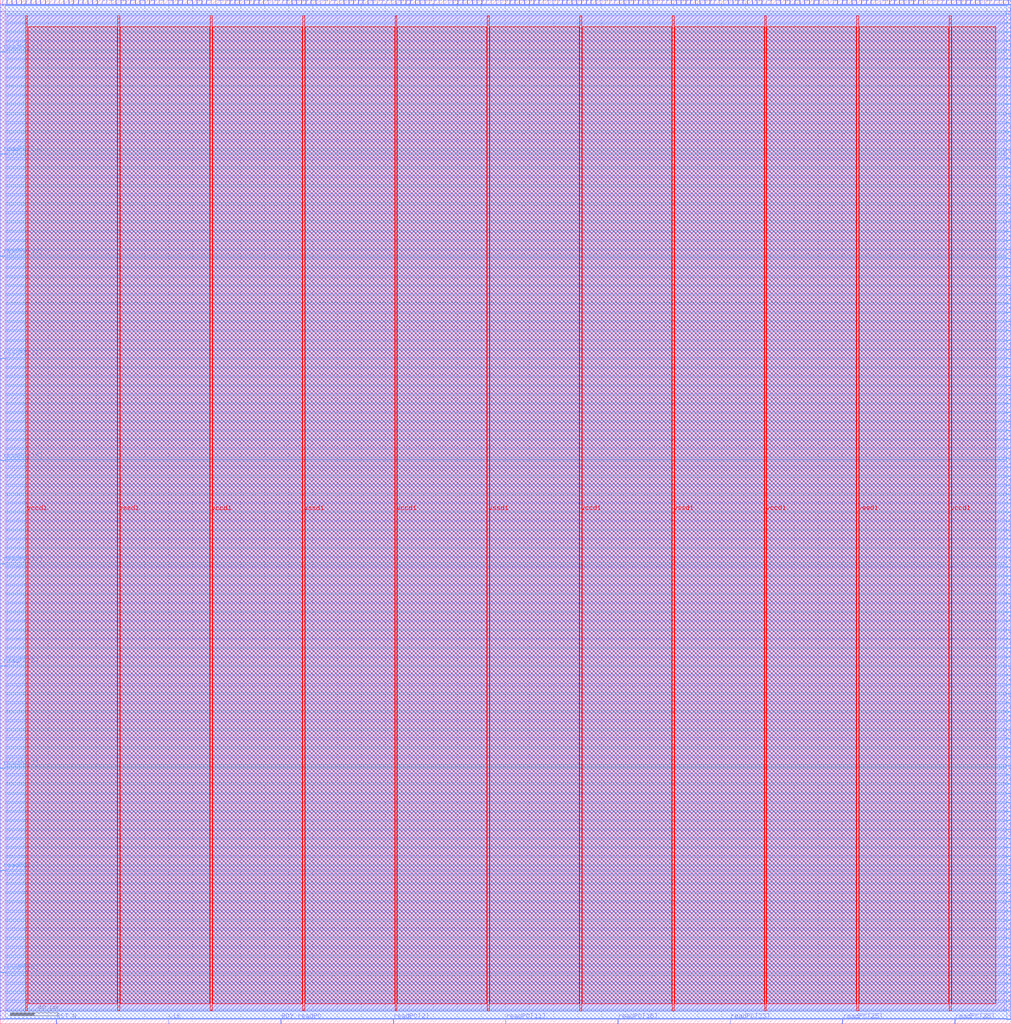
<source format=lef>
VERSION 5.7 ;
  NOWIREEXTENSIONATPIN ON ;
  DIVIDERCHAR "/" ;
  BUSBITCHARS "[]" ;
MACRO mkLanaiCPU
  CLASS BLOCK ;
  FOREIGN mkLanaiCPU ;
  ORIGIN 0.000 0.000 ;
  SIZE 840.545 BY 851.265 ;
  PIN CLK
    DIRECTION INPUT ;
    USE SIGNAL ;
    PORT
      LAYER met2 ;
        RECT 139.930 0.000 140.210 4.000 ;
    END
  END CLK
  PIN EN_dmem_client_request_get
    DIRECTION INPUT ;
    USE SIGNAL ;
    PORT
      LAYER met2 ;
        RECT 1.930 847.265 2.210 851.265 ;
    END
  END EN_dmem_client_request_get
  PIN EN_dmem_client_response_put
    DIRECTION INPUT ;
    USE SIGNAL ;
    PORT
      LAYER met2 ;
        RECT 5.610 847.265 5.890 851.265 ;
    END
  END EN_dmem_client_response_put
  PIN EN_imem_client_request_get
    DIRECTION INPUT ;
    USE SIGNAL ;
    PORT
      LAYER met2 ;
        RECT 538.290 847.265 538.570 851.265 ;
    END
  END EN_imem_client_request_get
  PIN EN_imem_client_response_put
    DIRECTION INPUT ;
    USE SIGNAL ;
    PORT
      LAYER met2 ;
        RECT 542.430 847.265 542.710 851.265 ;
    END
  END EN_imem_client_response_put
  PIN RDY_dmem_client_request_get
    DIRECTION OUTPUT TRISTATE ;
    USE SIGNAL ;
    PORT
      LAYER met2 ;
        RECT 9.750 847.265 10.030 851.265 ;
    END
  END RDY_dmem_client_request_get
  PIN RDY_dmem_client_response_put
    DIRECTION OUTPUT TRISTATE ;
    USE SIGNAL ;
    PORT
      LAYER met2 ;
        RECT 13.430 847.265 13.710 851.265 ;
    END
  END RDY_dmem_client_response_put
  PIN RDY_imem_client_request_get
    DIRECTION OUTPUT TRISTATE ;
    USE SIGNAL ;
    PORT
      LAYER met2 ;
        RECT 546.110 847.265 546.390 851.265 ;
    END
  END RDY_imem_client_request_get
  PIN RDY_imem_client_response_put
    DIRECTION OUTPUT TRISTATE ;
    USE SIGNAL ;
    PORT
      LAYER met2 ;
        RECT 550.250 847.265 550.530 851.265 ;
    END
  END RDY_imem_client_response_put
  PIN RDY_readPC
    DIRECTION OUTPUT TRISTATE ;
    USE SIGNAL ;
    PORT
      LAYER met2 ;
        RECT 233.310 0.000 233.590 4.000 ;
    END
  END RDY_readPC
  PIN RST_N
    DIRECTION INPUT ;
    USE SIGNAL ;
    PORT
      LAYER met2 ;
        RECT 46.550 0.000 46.830 4.000 ;
    END
  END RST_N
  PIN dmem_client_request_get[0]
    DIRECTION OUTPUT TRISTATE ;
    USE SIGNAL ;
    PORT
      LAYER met2 ;
        RECT 17.570 847.265 17.850 851.265 ;
    END
  END dmem_client_request_get[0]
  PIN dmem_client_request_get[10]
    DIRECTION OUTPUT TRISTATE ;
    USE SIGNAL ;
    PORT
      LAYER met2 ;
        RECT 96.230 847.265 96.510 851.265 ;
    END
  END dmem_client_request_get[10]
  PIN dmem_client_request_get[11]
    DIRECTION OUTPUT TRISTATE ;
    USE SIGNAL ;
    PORT
      LAYER met2 ;
        RECT 104.510 847.265 104.790 851.265 ;
    END
  END dmem_client_request_get[11]
  PIN dmem_client_request_get[12]
    DIRECTION OUTPUT TRISTATE ;
    USE SIGNAL ;
    PORT
      LAYER met2 ;
        RECT 112.330 847.265 112.610 851.265 ;
    END
  END dmem_client_request_get[12]
  PIN dmem_client_request_get[13]
    DIRECTION OUTPUT TRISTATE ;
    USE SIGNAL ;
    PORT
      LAYER met2 ;
        RECT 120.150 847.265 120.430 851.265 ;
    END
  END dmem_client_request_get[13]
  PIN dmem_client_request_get[14]
    DIRECTION OUTPUT TRISTATE ;
    USE SIGNAL ;
    PORT
      LAYER met2 ;
        RECT 127.970 847.265 128.250 851.265 ;
    END
  END dmem_client_request_get[14]
  PIN dmem_client_request_get[15]
    DIRECTION OUTPUT TRISTATE ;
    USE SIGNAL ;
    PORT
      LAYER met2 ;
        RECT 135.790 847.265 136.070 851.265 ;
    END
  END dmem_client_request_get[15]
  PIN dmem_client_request_get[16]
    DIRECTION OUTPUT TRISTATE ;
    USE SIGNAL ;
    PORT
      LAYER met2 ;
        RECT 143.610 847.265 143.890 851.265 ;
    END
  END dmem_client_request_get[16]
  PIN dmem_client_request_get[17]
    DIRECTION OUTPUT TRISTATE ;
    USE SIGNAL ;
    PORT
      LAYER met2 ;
        RECT 151.430 847.265 151.710 851.265 ;
    END
  END dmem_client_request_get[17]
  PIN dmem_client_request_get[18]
    DIRECTION OUTPUT TRISTATE ;
    USE SIGNAL ;
    PORT
      LAYER met2 ;
        RECT 159.710 847.265 159.990 851.265 ;
    END
  END dmem_client_request_get[18]
  PIN dmem_client_request_get[19]
    DIRECTION OUTPUT TRISTATE ;
    USE SIGNAL ;
    PORT
      LAYER met2 ;
        RECT 167.530 847.265 167.810 851.265 ;
    END
  END dmem_client_request_get[19]
  PIN dmem_client_request_get[1]
    DIRECTION OUTPUT TRISTATE ;
    USE SIGNAL ;
    PORT
      LAYER met2 ;
        RECT 25.390 847.265 25.670 851.265 ;
    END
  END dmem_client_request_get[1]
  PIN dmem_client_request_get[20]
    DIRECTION OUTPUT TRISTATE ;
    USE SIGNAL ;
    PORT
      LAYER met2 ;
        RECT 175.350 847.265 175.630 851.265 ;
    END
  END dmem_client_request_get[20]
  PIN dmem_client_request_get[21]
    DIRECTION OUTPUT TRISTATE ;
    USE SIGNAL ;
    PORT
      LAYER met2 ;
        RECT 183.170 847.265 183.450 851.265 ;
    END
  END dmem_client_request_get[21]
  PIN dmem_client_request_get[22]
    DIRECTION OUTPUT TRISTATE ;
    USE SIGNAL ;
    PORT
      LAYER met2 ;
        RECT 190.990 847.265 191.270 851.265 ;
    END
  END dmem_client_request_get[22]
  PIN dmem_client_request_get[23]
    DIRECTION OUTPUT TRISTATE ;
    USE SIGNAL ;
    PORT
      LAYER met2 ;
        RECT 198.810 847.265 199.090 851.265 ;
    END
  END dmem_client_request_get[23]
  PIN dmem_client_request_get[24]
    DIRECTION OUTPUT TRISTATE ;
    USE SIGNAL ;
    PORT
      LAYER met2 ;
        RECT 207.090 847.265 207.370 851.265 ;
    END
  END dmem_client_request_get[24]
  PIN dmem_client_request_get[25]
    DIRECTION OUTPUT TRISTATE ;
    USE SIGNAL ;
    PORT
      LAYER met2 ;
        RECT 214.910 847.265 215.190 851.265 ;
    END
  END dmem_client_request_get[25]
  PIN dmem_client_request_get[26]
    DIRECTION OUTPUT TRISTATE ;
    USE SIGNAL ;
    PORT
      LAYER met2 ;
        RECT 222.730 847.265 223.010 851.265 ;
    END
  END dmem_client_request_get[26]
  PIN dmem_client_request_get[27]
    DIRECTION OUTPUT TRISTATE ;
    USE SIGNAL ;
    PORT
      LAYER met2 ;
        RECT 230.550 847.265 230.830 851.265 ;
    END
  END dmem_client_request_get[27]
  PIN dmem_client_request_get[28]
    DIRECTION OUTPUT TRISTATE ;
    USE SIGNAL ;
    PORT
      LAYER met2 ;
        RECT 238.370 847.265 238.650 851.265 ;
    END
  END dmem_client_request_get[28]
  PIN dmem_client_request_get[29]
    DIRECTION OUTPUT TRISTATE ;
    USE SIGNAL ;
    PORT
      LAYER met2 ;
        RECT 246.190 847.265 246.470 851.265 ;
    END
  END dmem_client_request_get[29]
  PIN dmem_client_request_get[2]
    DIRECTION OUTPUT TRISTATE ;
    USE SIGNAL ;
    PORT
      LAYER met2 ;
        RECT 33.210 847.265 33.490 851.265 ;
    END
  END dmem_client_request_get[2]
  PIN dmem_client_request_get[30]
    DIRECTION OUTPUT TRISTATE ;
    USE SIGNAL ;
    PORT
      LAYER met2 ;
        RECT 254.010 847.265 254.290 851.265 ;
    END
  END dmem_client_request_get[30]
  PIN dmem_client_request_get[31]
    DIRECTION OUTPUT TRISTATE ;
    USE SIGNAL ;
    PORT
      LAYER met2 ;
        RECT 262.290 847.265 262.570 851.265 ;
    END
  END dmem_client_request_get[31]
  PIN dmem_client_request_get[32]
    DIRECTION OUTPUT TRISTATE ;
    USE SIGNAL ;
    PORT
      LAYER met2 ;
        RECT 270.110 847.265 270.390 851.265 ;
    END
  END dmem_client_request_get[32]
  PIN dmem_client_request_get[33]
    DIRECTION OUTPUT TRISTATE ;
    USE SIGNAL ;
    PORT
      LAYER met2 ;
        RECT 273.790 847.265 274.070 851.265 ;
    END
  END dmem_client_request_get[33]
  PIN dmem_client_request_get[34]
    DIRECTION OUTPUT TRISTATE ;
    USE SIGNAL ;
    PORT
      LAYER met2 ;
        RECT 277.930 847.265 278.210 851.265 ;
    END
  END dmem_client_request_get[34]
  PIN dmem_client_request_get[35]
    DIRECTION OUTPUT TRISTATE ;
    USE SIGNAL ;
    PORT
      LAYER met2 ;
        RECT 282.070 847.265 282.350 851.265 ;
    END
  END dmem_client_request_get[35]
  PIN dmem_client_request_get[36]
    DIRECTION OUTPUT TRISTATE ;
    USE SIGNAL ;
    PORT
      LAYER met2 ;
        RECT 285.750 847.265 286.030 851.265 ;
    END
  END dmem_client_request_get[36]
  PIN dmem_client_request_get[37]
    DIRECTION OUTPUT TRISTATE ;
    USE SIGNAL ;
    PORT
      LAYER met2 ;
        RECT 289.890 847.265 290.170 851.265 ;
    END
  END dmem_client_request_get[37]
  PIN dmem_client_request_get[38]
    DIRECTION OUTPUT TRISTATE ;
    USE SIGNAL ;
    PORT
      LAYER met2 ;
        RECT 293.570 847.265 293.850 851.265 ;
    END
  END dmem_client_request_get[38]
  PIN dmem_client_request_get[39]
    DIRECTION OUTPUT TRISTATE ;
    USE SIGNAL ;
    PORT
      LAYER met2 ;
        RECT 297.710 847.265 297.990 851.265 ;
    END
  END dmem_client_request_get[39]
  PIN dmem_client_request_get[3]
    DIRECTION OUTPUT TRISTATE ;
    USE SIGNAL ;
    PORT
      LAYER met2 ;
        RECT 41.030 847.265 41.310 851.265 ;
    END
  END dmem_client_request_get[3]
  PIN dmem_client_request_get[40]
    DIRECTION OUTPUT TRISTATE ;
    USE SIGNAL ;
    PORT
      LAYER met2 ;
        RECT 301.390 847.265 301.670 851.265 ;
    END
  END dmem_client_request_get[40]
  PIN dmem_client_request_get[41]
    DIRECTION OUTPUT TRISTATE ;
    USE SIGNAL ;
    PORT
      LAYER met2 ;
        RECT 305.530 847.265 305.810 851.265 ;
    END
  END dmem_client_request_get[41]
  PIN dmem_client_request_get[42]
    DIRECTION OUTPUT TRISTATE ;
    USE SIGNAL ;
    PORT
      LAYER met2 ;
        RECT 309.670 847.265 309.950 851.265 ;
    END
  END dmem_client_request_get[42]
  PIN dmem_client_request_get[43]
    DIRECTION OUTPUT TRISTATE ;
    USE SIGNAL ;
    PORT
      LAYER met2 ;
        RECT 313.350 847.265 313.630 851.265 ;
    END
  END dmem_client_request_get[43]
  PIN dmem_client_request_get[44]
    DIRECTION OUTPUT TRISTATE ;
    USE SIGNAL ;
    PORT
      LAYER met2 ;
        RECT 317.490 847.265 317.770 851.265 ;
    END
  END dmem_client_request_get[44]
  PIN dmem_client_request_get[45]
    DIRECTION OUTPUT TRISTATE ;
    USE SIGNAL ;
    PORT
      LAYER met2 ;
        RECT 321.170 847.265 321.450 851.265 ;
    END
  END dmem_client_request_get[45]
  PIN dmem_client_request_get[46]
    DIRECTION OUTPUT TRISTATE ;
    USE SIGNAL ;
    PORT
      LAYER met2 ;
        RECT 325.310 847.265 325.590 851.265 ;
    END
  END dmem_client_request_get[46]
  PIN dmem_client_request_get[47]
    DIRECTION OUTPUT TRISTATE ;
    USE SIGNAL ;
    PORT
      LAYER met2 ;
        RECT 328.990 847.265 329.270 851.265 ;
    END
  END dmem_client_request_get[47]
  PIN dmem_client_request_get[48]
    DIRECTION OUTPUT TRISTATE ;
    USE SIGNAL ;
    PORT
      LAYER met2 ;
        RECT 333.130 847.265 333.410 851.265 ;
    END
  END dmem_client_request_get[48]
  PIN dmem_client_request_get[49]
    DIRECTION OUTPUT TRISTATE ;
    USE SIGNAL ;
    PORT
      LAYER met2 ;
        RECT 337.270 847.265 337.550 851.265 ;
    END
  END dmem_client_request_get[49]
  PIN dmem_client_request_get[4]
    DIRECTION OUTPUT TRISTATE ;
    USE SIGNAL ;
    PORT
      LAYER met2 ;
        RECT 48.850 847.265 49.130 851.265 ;
    END
  END dmem_client_request_get[4]
  PIN dmem_client_request_get[50]
    DIRECTION OUTPUT TRISTATE ;
    USE SIGNAL ;
    PORT
      LAYER met2 ;
        RECT 340.950 847.265 341.230 851.265 ;
    END
  END dmem_client_request_get[50]
  PIN dmem_client_request_get[51]
    DIRECTION OUTPUT TRISTATE ;
    USE SIGNAL ;
    PORT
      LAYER met2 ;
        RECT 345.090 847.265 345.370 851.265 ;
    END
  END dmem_client_request_get[51]
  PIN dmem_client_request_get[52]
    DIRECTION OUTPUT TRISTATE ;
    USE SIGNAL ;
    PORT
      LAYER met2 ;
        RECT 348.770 847.265 349.050 851.265 ;
    END
  END dmem_client_request_get[52]
  PIN dmem_client_request_get[53]
    DIRECTION OUTPUT TRISTATE ;
    USE SIGNAL ;
    PORT
      LAYER met2 ;
        RECT 352.910 847.265 353.190 851.265 ;
    END
  END dmem_client_request_get[53]
  PIN dmem_client_request_get[54]
    DIRECTION OUTPUT TRISTATE ;
    USE SIGNAL ;
    PORT
      LAYER met2 ;
        RECT 356.590 847.265 356.870 851.265 ;
    END
  END dmem_client_request_get[54]
  PIN dmem_client_request_get[55]
    DIRECTION OUTPUT TRISTATE ;
    USE SIGNAL ;
    PORT
      LAYER met2 ;
        RECT 360.730 847.265 361.010 851.265 ;
    END
  END dmem_client_request_get[55]
  PIN dmem_client_request_get[56]
    DIRECTION OUTPUT TRISTATE ;
    USE SIGNAL ;
    PORT
      LAYER met2 ;
        RECT 364.870 847.265 365.150 851.265 ;
    END
  END dmem_client_request_get[56]
  PIN dmem_client_request_get[57]
    DIRECTION OUTPUT TRISTATE ;
    USE SIGNAL ;
    PORT
      LAYER met2 ;
        RECT 368.550 847.265 368.830 851.265 ;
    END
  END dmem_client_request_get[57]
  PIN dmem_client_request_get[58]
    DIRECTION OUTPUT TRISTATE ;
    USE SIGNAL ;
    PORT
      LAYER met2 ;
        RECT 372.690 847.265 372.970 851.265 ;
    END
  END dmem_client_request_get[58]
  PIN dmem_client_request_get[59]
    DIRECTION OUTPUT TRISTATE ;
    USE SIGNAL ;
    PORT
      LAYER met2 ;
        RECT 376.370 847.265 376.650 851.265 ;
    END
  END dmem_client_request_get[59]
  PIN dmem_client_request_get[5]
    DIRECTION OUTPUT TRISTATE ;
    USE SIGNAL ;
    PORT
      LAYER met2 ;
        RECT 57.130 847.265 57.410 851.265 ;
    END
  END dmem_client_request_get[5]
  PIN dmem_client_request_get[60]
    DIRECTION OUTPUT TRISTATE ;
    USE SIGNAL ;
    PORT
      LAYER met2 ;
        RECT 380.510 847.265 380.790 851.265 ;
    END
  END dmem_client_request_get[60]
  PIN dmem_client_request_get[61]
    DIRECTION OUTPUT TRISTATE ;
    USE SIGNAL ;
    PORT
      LAYER met2 ;
        RECT 384.650 847.265 384.930 851.265 ;
    END
  END dmem_client_request_get[61]
  PIN dmem_client_request_get[62]
    DIRECTION OUTPUT TRISTATE ;
    USE SIGNAL ;
    PORT
      LAYER met2 ;
        RECT 388.330 847.265 388.610 851.265 ;
    END
  END dmem_client_request_get[62]
  PIN dmem_client_request_get[63]
    DIRECTION OUTPUT TRISTATE ;
    USE SIGNAL ;
    PORT
      LAYER met2 ;
        RECT 392.470 847.265 392.750 851.265 ;
    END
  END dmem_client_request_get[63]
  PIN dmem_client_request_get[64]
    DIRECTION OUTPUT TRISTATE ;
    USE SIGNAL ;
    PORT
      LAYER met2 ;
        RECT 396.150 847.265 396.430 851.265 ;
    END
  END dmem_client_request_get[64]
  PIN dmem_client_request_get[65]
    DIRECTION OUTPUT TRISTATE ;
    USE SIGNAL ;
    PORT
      LAYER met2 ;
        RECT 400.290 847.265 400.570 851.265 ;
    END
  END dmem_client_request_get[65]
  PIN dmem_client_request_get[66]
    DIRECTION OUTPUT TRISTATE ;
    USE SIGNAL ;
    PORT
      LAYER met2 ;
        RECT 403.970 847.265 404.250 851.265 ;
    END
  END dmem_client_request_get[66]
  PIN dmem_client_request_get[67]
    DIRECTION OUTPUT TRISTATE ;
    USE SIGNAL ;
    PORT
      LAYER met2 ;
        RECT 408.110 847.265 408.390 851.265 ;
    END
  END dmem_client_request_get[67]
  PIN dmem_client_request_get[68]
    DIRECTION OUTPUT TRISTATE ;
    USE SIGNAL ;
    PORT
      LAYER met2 ;
        RECT 412.250 847.265 412.530 851.265 ;
    END
  END dmem_client_request_get[68]
  PIN dmem_client_request_get[69]
    DIRECTION OUTPUT TRISTATE ;
    USE SIGNAL ;
    PORT
      LAYER met2 ;
        RECT 415.930 847.265 416.210 851.265 ;
    END
  END dmem_client_request_get[69]
  PIN dmem_client_request_get[6]
    DIRECTION OUTPUT TRISTATE ;
    USE SIGNAL ;
    PORT
      LAYER met2 ;
        RECT 64.950 847.265 65.230 851.265 ;
    END
  END dmem_client_request_get[6]
  PIN dmem_client_request_get[70]
    DIRECTION OUTPUT TRISTATE ;
    USE SIGNAL ;
    PORT
      LAYER met2 ;
        RECT 420.070 847.265 420.350 851.265 ;
    END
  END dmem_client_request_get[70]
  PIN dmem_client_request_get[71]
    DIRECTION OUTPUT TRISTATE ;
    USE SIGNAL ;
    PORT
      LAYER met2 ;
        RECT 423.750 847.265 424.030 851.265 ;
    END
  END dmem_client_request_get[71]
  PIN dmem_client_request_get[72]
    DIRECTION OUTPUT TRISTATE ;
    USE SIGNAL ;
    PORT
      LAYER met2 ;
        RECT 427.890 847.265 428.170 851.265 ;
    END
  END dmem_client_request_get[72]
  PIN dmem_client_request_get[73]
    DIRECTION OUTPUT TRISTATE ;
    USE SIGNAL ;
    PORT
      LAYER met2 ;
        RECT 431.570 847.265 431.850 851.265 ;
    END
  END dmem_client_request_get[73]
  PIN dmem_client_request_get[74]
    DIRECTION OUTPUT TRISTATE ;
    USE SIGNAL ;
    PORT
      LAYER met2 ;
        RECT 435.710 847.265 435.990 851.265 ;
    END
  END dmem_client_request_get[74]
  PIN dmem_client_request_get[75]
    DIRECTION OUTPUT TRISTATE ;
    USE SIGNAL ;
    PORT
      LAYER met2 ;
        RECT 439.850 847.265 440.130 851.265 ;
    END
  END dmem_client_request_get[75]
  PIN dmem_client_request_get[76]
    DIRECTION OUTPUT TRISTATE ;
    USE SIGNAL ;
    PORT
      LAYER met2 ;
        RECT 443.530 847.265 443.810 851.265 ;
    END
  END dmem_client_request_get[76]
  PIN dmem_client_request_get[77]
    DIRECTION OUTPUT TRISTATE ;
    USE SIGNAL ;
    PORT
      LAYER met2 ;
        RECT 447.670 847.265 447.950 851.265 ;
    END
  END dmem_client_request_get[77]
  PIN dmem_client_request_get[78]
    DIRECTION OUTPUT TRISTATE ;
    USE SIGNAL ;
    PORT
      LAYER met2 ;
        RECT 451.350 847.265 451.630 851.265 ;
    END
  END dmem_client_request_get[78]
  PIN dmem_client_request_get[79]
    DIRECTION OUTPUT TRISTATE ;
    USE SIGNAL ;
    PORT
      LAYER met2 ;
        RECT 455.490 847.265 455.770 851.265 ;
    END
  END dmem_client_request_get[79]
  PIN dmem_client_request_get[7]
    DIRECTION OUTPUT TRISTATE ;
    USE SIGNAL ;
    PORT
      LAYER met2 ;
        RECT 72.770 847.265 73.050 851.265 ;
    END
  END dmem_client_request_get[7]
  PIN dmem_client_request_get[80]
    DIRECTION OUTPUT TRISTATE ;
    USE SIGNAL ;
    PORT
      LAYER met2 ;
        RECT 459.170 847.265 459.450 851.265 ;
    END
  END dmem_client_request_get[80]
  PIN dmem_client_request_get[81]
    DIRECTION OUTPUT TRISTATE ;
    USE SIGNAL ;
    PORT
      LAYER met2 ;
        RECT 463.310 847.265 463.590 851.265 ;
    END
  END dmem_client_request_get[81]
  PIN dmem_client_request_get[82]
    DIRECTION OUTPUT TRISTATE ;
    USE SIGNAL ;
    PORT
      LAYER met2 ;
        RECT 467.450 847.265 467.730 851.265 ;
    END
  END dmem_client_request_get[82]
  PIN dmem_client_request_get[83]
    DIRECTION OUTPUT TRISTATE ;
    USE SIGNAL ;
    PORT
      LAYER met2 ;
        RECT 471.130 847.265 471.410 851.265 ;
    END
  END dmem_client_request_get[83]
  PIN dmem_client_request_get[84]
    DIRECTION OUTPUT TRISTATE ;
    USE SIGNAL ;
    PORT
      LAYER met2 ;
        RECT 475.270 847.265 475.550 851.265 ;
    END
  END dmem_client_request_get[84]
  PIN dmem_client_request_get[85]
    DIRECTION OUTPUT TRISTATE ;
    USE SIGNAL ;
    PORT
      LAYER met2 ;
        RECT 478.950 847.265 479.230 851.265 ;
    END
  END dmem_client_request_get[85]
  PIN dmem_client_request_get[86]
    DIRECTION OUTPUT TRISTATE ;
    USE SIGNAL ;
    PORT
      LAYER met2 ;
        RECT 483.090 847.265 483.370 851.265 ;
    END
  END dmem_client_request_get[86]
  PIN dmem_client_request_get[87]
    DIRECTION OUTPUT TRISTATE ;
    USE SIGNAL ;
    PORT
      LAYER met2 ;
        RECT 487.230 847.265 487.510 851.265 ;
    END
  END dmem_client_request_get[87]
  PIN dmem_client_request_get[88]
    DIRECTION OUTPUT TRISTATE ;
    USE SIGNAL ;
    PORT
      LAYER met2 ;
        RECT 490.910 847.265 491.190 851.265 ;
    END
  END dmem_client_request_get[88]
  PIN dmem_client_request_get[89]
    DIRECTION OUTPUT TRISTATE ;
    USE SIGNAL ;
    PORT
      LAYER met2 ;
        RECT 495.050 847.265 495.330 851.265 ;
    END
  END dmem_client_request_get[89]
  PIN dmem_client_request_get[8]
    DIRECTION OUTPUT TRISTATE ;
    USE SIGNAL ;
    PORT
      LAYER met2 ;
        RECT 80.590 847.265 80.870 851.265 ;
    END
  END dmem_client_request_get[8]
  PIN dmem_client_request_get[90]
    DIRECTION OUTPUT TRISTATE ;
    USE SIGNAL ;
    PORT
      LAYER met2 ;
        RECT 498.730 847.265 499.010 851.265 ;
    END
  END dmem_client_request_get[90]
  PIN dmem_client_request_get[91]
    DIRECTION OUTPUT TRISTATE ;
    USE SIGNAL ;
    PORT
      LAYER met2 ;
        RECT 502.870 847.265 503.150 851.265 ;
    END
  END dmem_client_request_get[91]
  PIN dmem_client_request_get[92]
    DIRECTION OUTPUT TRISTATE ;
    USE SIGNAL ;
    PORT
      LAYER met2 ;
        RECT 506.550 847.265 506.830 851.265 ;
    END
  END dmem_client_request_get[92]
  PIN dmem_client_request_get[93]
    DIRECTION OUTPUT TRISTATE ;
    USE SIGNAL ;
    PORT
      LAYER met2 ;
        RECT 510.690 847.265 510.970 851.265 ;
    END
  END dmem_client_request_get[93]
  PIN dmem_client_request_get[94]
    DIRECTION OUTPUT TRISTATE ;
    USE SIGNAL ;
    PORT
      LAYER met2 ;
        RECT 514.830 847.265 515.110 851.265 ;
    END
  END dmem_client_request_get[94]
  PIN dmem_client_request_get[95]
    DIRECTION OUTPUT TRISTATE ;
    USE SIGNAL ;
    PORT
      LAYER met2 ;
        RECT 518.510 847.265 518.790 851.265 ;
    END
  END dmem_client_request_get[95]
  PIN dmem_client_request_get[96]
    DIRECTION OUTPUT TRISTATE ;
    USE SIGNAL ;
    PORT
      LAYER met2 ;
        RECT 522.650 847.265 522.930 851.265 ;
    END
  END dmem_client_request_get[96]
  PIN dmem_client_request_get[97]
    DIRECTION OUTPUT TRISTATE ;
    USE SIGNAL ;
    PORT
      LAYER met2 ;
        RECT 526.330 847.265 526.610 851.265 ;
    END
  END dmem_client_request_get[97]
  PIN dmem_client_request_get[98]
    DIRECTION OUTPUT TRISTATE ;
    USE SIGNAL ;
    PORT
      LAYER met2 ;
        RECT 530.470 847.265 530.750 851.265 ;
    END
  END dmem_client_request_get[98]
  PIN dmem_client_request_get[99]
    DIRECTION OUTPUT TRISTATE ;
    USE SIGNAL ;
    PORT
      LAYER met2 ;
        RECT 534.150 847.265 534.430 851.265 ;
    END
  END dmem_client_request_get[99]
  PIN dmem_client_request_get[9]
    DIRECTION OUTPUT TRISTATE ;
    USE SIGNAL ;
    PORT
      LAYER met2 ;
        RECT 88.410 847.265 88.690 851.265 ;
    END
  END dmem_client_request_get[9]
  PIN dmem_client_response_put[0]
    DIRECTION INPUT ;
    USE SIGNAL ;
    PORT
      LAYER met2 ;
        RECT 21.250 847.265 21.530 851.265 ;
    END
  END dmem_client_response_put[0]
  PIN dmem_client_response_put[10]
    DIRECTION INPUT ;
    USE SIGNAL ;
    PORT
      LAYER met2 ;
        RECT 100.370 847.265 100.650 851.265 ;
    END
  END dmem_client_response_put[10]
  PIN dmem_client_response_put[11]
    DIRECTION INPUT ;
    USE SIGNAL ;
    PORT
      LAYER met2 ;
        RECT 108.190 847.265 108.470 851.265 ;
    END
  END dmem_client_response_put[11]
  PIN dmem_client_response_put[12]
    DIRECTION INPUT ;
    USE SIGNAL ;
    PORT
      LAYER met2 ;
        RECT 116.010 847.265 116.290 851.265 ;
    END
  END dmem_client_response_put[12]
  PIN dmem_client_response_put[13]
    DIRECTION INPUT ;
    USE SIGNAL ;
    PORT
      LAYER met2 ;
        RECT 123.830 847.265 124.110 851.265 ;
    END
  END dmem_client_response_put[13]
  PIN dmem_client_response_put[14]
    DIRECTION INPUT ;
    USE SIGNAL ;
    PORT
      LAYER met2 ;
        RECT 132.110 847.265 132.390 851.265 ;
    END
  END dmem_client_response_put[14]
  PIN dmem_client_response_put[15]
    DIRECTION INPUT ;
    USE SIGNAL ;
    PORT
      LAYER met2 ;
        RECT 139.930 847.265 140.210 851.265 ;
    END
  END dmem_client_response_put[15]
  PIN dmem_client_response_put[16]
    DIRECTION INPUT ;
    USE SIGNAL ;
    PORT
      LAYER met2 ;
        RECT 147.750 847.265 148.030 851.265 ;
    END
  END dmem_client_response_put[16]
  PIN dmem_client_response_put[17]
    DIRECTION INPUT ;
    USE SIGNAL ;
    PORT
      LAYER met2 ;
        RECT 155.570 847.265 155.850 851.265 ;
    END
  END dmem_client_response_put[17]
  PIN dmem_client_response_put[18]
    DIRECTION INPUT ;
    USE SIGNAL ;
    PORT
      LAYER met2 ;
        RECT 163.390 847.265 163.670 851.265 ;
    END
  END dmem_client_response_put[18]
  PIN dmem_client_response_put[19]
    DIRECTION INPUT ;
    USE SIGNAL ;
    PORT
      LAYER met2 ;
        RECT 171.210 847.265 171.490 851.265 ;
    END
  END dmem_client_response_put[19]
  PIN dmem_client_response_put[1]
    DIRECTION INPUT ;
    USE SIGNAL ;
    PORT
      LAYER met2 ;
        RECT 29.530 847.265 29.810 851.265 ;
    END
  END dmem_client_response_put[1]
  PIN dmem_client_response_put[20]
    DIRECTION INPUT ;
    USE SIGNAL ;
    PORT
      LAYER met2 ;
        RECT 179.030 847.265 179.310 851.265 ;
    END
  END dmem_client_response_put[20]
  PIN dmem_client_response_put[21]
    DIRECTION INPUT ;
    USE SIGNAL ;
    PORT
      LAYER met2 ;
        RECT 187.310 847.265 187.590 851.265 ;
    END
  END dmem_client_response_put[21]
  PIN dmem_client_response_put[22]
    DIRECTION INPUT ;
    USE SIGNAL ;
    PORT
      LAYER met2 ;
        RECT 195.130 847.265 195.410 851.265 ;
    END
  END dmem_client_response_put[22]
  PIN dmem_client_response_put[23]
    DIRECTION INPUT ;
    USE SIGNAL ;
    PORT
      LAYER met2 ;
        RECT 202.950 847.265 203.230 851.265 ;
    END
  END dmem_client_response_put[23]
  PIN dmem_client_response_put[24]
    DIRECTION INPUT ;
    USE SIGNAL ;
    PORT
      LAYER met2 ;
        RECT 210.770 847.265 211.050 851.265 ;
    END
  END dmem_client_response_put[24]
  PIN dmem_client_response_put[25]
    DIRECTION INPUT ;
    USE SIGNAL ;
    PORT
      LAYER met2 ;
        RECT 218.590 847.265 218.870 851.265 ;
    END
  END dmem_client_response_put[25]
  PIN dmem_client_response_put[26]
    DIRECTION INPUT ;
    USE SIGNAL ;
    PORT
      LAYER met2 ;
        RECT 226.410 847.265 226.690 851.265 ;
    END
  END dmem_client_response_put[26]
  PIN dmem_client_response_put[27]
    DIRECTION INPUT ;
    USE SIGNAL ;
    PORT
      LAYER met2 ;
        RECT 234.690 847.265 234.970 851.265 ;
    END
  END dmem_client_response_put[27]
  PIN dmem_client_response_put[28]
    DIRECTION INPUT ;
    USE SIGNAL ;
    PORT
      LAYER met2 ;
        RECT 242.510 847.265 242.790 851.265 ;
    END
  END dmem_client_response_put[28]
  PIN dmem_client_response_put[29]
    DIRECTION INPUT ;
    USE SIGNAL ;
    PORT
      LAYER met2 ;
        RECT 250.330 847.265 250.610 851.265 ;
    END
  END dmem_client_response_put[29]
  PIN dmem_client_response_put[2]
    DIRECTION INPUT ;
    USE SIGNAL ;
    PORT
      LAYER met2 ;
        RECT 37.350 847.265 37.630 851.265 ;
    END
  END dmem_client_response_put[2]
  PIN dmem_client_response_put[30]
    DIRECTION INPUT ;
    USE SIGNAL ;
    PORT
      LAYER met2 ;
        RECT 258.150 847.265 258.430 851.265 ;
    END
  END dmem_client_response_put[30]
  PIN dmem_client_response_put[31]
    DIRECTION INPUT ;
    USE SIGNAL ;
    PORT
      LAYER met2 ;
        RECT 265.970 847.265 266.250 851.265 ;
    END
  END dmem_client_response_put[31]
  PIN dmem_client_response_put[3]
    DIRECTION INPUT ;
    USE SIGNAL ;
    PORT
      LAYER met2 ;
        RECT 45.170 847.265 45.450 851.265 ;
    END
  END dmem_client_response_put[3]
  PIN dmem_client_response_put[4]
    DIRECTION INPUT ;
    USE SIGNAL ;
    PORT
      LAYER met2 ;
        RECT 52.990 847.265 53.270 851.265 ;
    END
  END dmem_client_response_put[4]
  PIN dmem_client_response_put[5]
    DIRECTION INPUT ;
    USE SIGNAL ;
    PORT
      LAYER met2 ;
        RECT 60.810 847.265 61.090 851.265 ;
    END
  END dmem_client_response_put[5]
  PIN dmem_client_response_put[6]
    DIRECTION INPUT ;
    USE SIGNAL ;
    PORT
      LAYER met2 ;
        RECT 68.630 847.265 68.910 851.265 ;
    END
  END dmem_client_response_put[6]
  PIN dmem_client_response_put[7]
    DIRECTION INPUT ;
    USE SIGNAL ;
    PORT
      LAYER met2 ;
        RECT 76.450 847.265 76.730 851.265 ;
    END
  END dmem_client_response_put[7]
  PIN dmem_client_response_put[8]
    DIRECTION INPUT ;
    USE SIGNAL ;
    PORT
      LAYER met2 ;
        RECT 84.730 847.265 85.010 851.265 ;
    END
  END dmem_client_response_put[8]
  PIN dmem_client_response_put[9]
    DIRECTION INPUT ;
    USE SIGNAL ;
    PORT
      LAYER met2 ;
        RECT 92.550 847.265 92.830 851.265 ;
    END
  END dmem_client_response_put[9]
  PIN imem_client_request_get[0]
    DIRECTION OUTPUT TRISTATE ;
    USE SIGNAL ;
    PORT
      LAYER met2 ;
        RECT 553.930 847.265 554.210 851.265 ;
    END
  END imem_client_request_get[0]
  PIN imem_client_request_get[10]
    DIRECTION OUTPUT TRISTATE ;
    USE SIGNAL ;
    PORT
      LAYER met2 ;
        RECT 633.050 847.265 633.330 851.265 ;
    END
  END imem_client_request_get[10]
  PIN imem_client_request_get[11]
    DIRECTION OUTPUT TRISTATE ;
    USE SIGNAL ;
    PORT
      LAYER met2 ;
        RECT 640.870 847.265 641.150 851.265 ;
    END
  END imem_client_request_get[11]
  PIN imem_client_request_get[12]
    DIRECTION OUTPUT TRISTATE ;
    USE SIGNAL ;
    PORT
      LAYER met2 ;
        RECT 648.690 847.265 648.970 851.265 ;
    END
  END imem_client_request_get[12]
  PIN imem_client_request_get[13]
    DIRECTION OUTPUT TRISTATE ;
    USE SIGNAL ;
    PORT
      LAYER met2 ;
        RECT 656.510 847.265 656.790 851.265 ;
    END
  END imem_client_request_get[13]
  PIN imem_client_request_get[14]
    DIRECTION OUTPUT TRISTATE ;
    USE SIGNAL ;
    PORT
      LAYER met2 ;
        RECT 664.790 847.265 665.070 851.265 ;
    END
  END imem_client_request_get[14]
  PIN imem_client_request_get[15]
    DIRECTION OUTPUT TRISTATE ;
    USE SIGNAL ;
    PORT
      LAYER met2 ;
        RECT 672.610 847.265 672.890 851.265 ;
    END
  END imem_client_request_get[15]
  PIN imem_client_request_get[16]
    DIRECTION OUTPUT TRISTATE ;
    USE SIGNAL ;
    PORT
      LAYER met2 ;
        RECT 680.430 847.265 680.710 851.265 ;
    END
  END imem_client_request_get[16]
  PIN imem_client_request_get[17]
    DIRECTION OUTPUT TRISTATE ;
    USE SIGNAL ;
    PORT
      LAYER met2 ;
        RECT 688.250 847.265 688.530 851.265 ;
    END
  END imem_client_request_get[17]
  PIN imem_client_request_get[18]
    DIRECTION OUTPUT TRISTATE ;
    USE SIGNAL ;
    PORT
      LAYER met2 ;
        RECT 696.070 847.265 696.350 851.265 ;
    END
  END imem_client_request_get[18]
  PIN imem_client_request_get[19]
    DIRECTION OUTPUT TRISTATE ;
    USE SIGNAL ;
    PORT
      LAYER met2 ;
        RECT 703.890 847.265 704.170 851.265 ;
    END
  END imem_client_request_get[19]
  PIN imem_client_request_get[1]
    DIRECTION OUTPUT TRISTATE ;
    USE SIGNAL ;
    PORT
      LAYER met2 ;
        RECT 562.210 847.265 562.490 851.265 ;
    END
  END imem_client_request_get[1]
  PIN imem_client_request_get[20]
    DIRECTION OUTPUT TRISTATE ;
    USE SIGNAL ;
    PORT
      LAYER met2 ;
        RECT 711.710 847.265 711.990 851.265 ;
    END
  END imem_client_request_get[20]
  PIN imem_client_request_get[21]
    DIRECTION OUTPUT TRISTATE ;
    USE SIGNAL ;
    PORT
      LAYER met2 ;
        RECT 719.990 847.265 720.270 851.265 ;
    END
  END imem_client_request_get[21]
  PIN imem_client_request_get[22]
    DIRECTION OUTPUT TRISTATE ;
    USE SIGNAL ;
    PORT
      LAYER met2 ;
        RECT 727.810 847.265 728.090 851.265 ;
    END
  END imem_client_request_get[22]
  PIN imem_client_request_get[23]
    DIRECTION OUTPUT TRISTATE ;
    USE SIGNAL ;
    PORT
      LAYER met2 ;
        RECT 735.630 847.265 735.910 851.265 ;
    END
  END imem_client_request_get[23]
  PIN imem_client_request_get[24]
    DIRECTION OUTPUT TRISTATE ;
    USE SIGNAL ;
    PORT
      LAYER met2 ;
        RECT 743.450 847.265 743.730 851.265 ;
    END
  END imem_client_request_get[24]
  PIN imem_client_request_get[25]
    DIRECTION OUTPUT TRISTATE ;
    USE SIGNAL ;
    PORT
      LAYER met2 ;
        RECT 751.270 847.265 751.550 851.265 ;
    END
  END imem_client_request_get[25]
  PIN imem_client_request_get[26]
    DIRECTION OUTPUT TRISTATE ;
    USE SIGNAL ;
    PORT
      LAYER met2 ;
        RECT 759.090 847.265 759.370 851.265 ;
    END
  END imem_client_request_get[26]
  PIN imem_client_request_get[27]
    DIRECTION OUTPUT TRISTATE ;
    USE SIGNAL ;
    PORT
      LAYER met2 ;
        RECT 767.370 847.265 767.650 851.265 ;
    END
  END imem_client_request_get[27]
  PIN imem_client_request_get[28]
    DIRECTION OUTPUT TRISTATE ;
    USE SIGNAL ;
    PORT
      LAYER met2 ;
        RECT 775.190 847.265 775.470 851.265 ;
    END
  END imem_client_request_get[28]
  PIN imem_client_request_get[29]
    DIRECTION OUTPUT TRISTATE ;
    USE SIGNAL ;
    PORT
      LAYER met2 ;
        RECT 783.010 847.265 783.290 851.265 ;
    END
  END imem_client_request_get[29]
  PIN imem_client_request_get[2]
    DIRECTION OUTPUT TRISTATE ;
    USE SIGNAL ;
    PORT
      LAYER met2 ;
        RECT 570.030 847.265 570.310 851.265 ;
    END
  END imem_client_request_get[2]
  PIN imem_client_request_get[30]
    DIRECTION OUTPUT TRISTATE ;
    USE SIGNAL ;
    PORT
      LAYER met2 ;
        RECT 790.830 847.265 791.110 851.265 ;
    END
  END imem_client_request_get[30]
  PIN imem_client_request_get[31]
    DIRECTION OUTPUT TRISTATE ;
    USE SIGNAL ;
    PORT
      LAYER met2 ;
        RECT 798.650 847.265 798.930 851.265 ;
    END
  END imem_client_request_get[31]
  PIN imem_client_request_get[3]
    DIRECTION OUTPUT TRISTATE ;
    USE SIGNAL ;
    PORT
      LAYER met2 ;
        RECT 577.850 847.265 578.130 851.265 ;
    END
  END imem_client_request_get[3]
  PIN imem_client_request_get[4]
    DIRECTION OUTPUT TRISTATE ;
    USE SIGNAL ;
    PORT
      LAYER met2 ;
        RECT 585.670 847.265 585.950 851.265 ;
    END
  END imem_client_request_get[4]
  PIN imem_client_request_get[5]
    DIRECTION OUTPUT TRISTATE ;
    USE SIGNAL ;
    PORT
      LAYER met2 ;
        RECT 593.490 847.265 593.770 851.265 ;
    END
  END imem_client_request_get[5]
  PIN imem_client_request_get[6]
    DIRECTION OUTPUT TRISTATE ;
    USE SIGNAL ;
    PORT
      LAYER met2 ;
        RECT 601.310 847.265 601.590 851.265 ;
    END
  END imem_client_request_get[6]
  PIN imem_client_request_get[7]
    DIRECTION OUTPUT TRISTATE ;
    USE SIGNAL ;
    PORT
      LAYER met2 ;
        RECT 609.130 847.265 609.410 851.265 ;
    END
  END imem_client_request_get[7]
  PIN imem_client_request_get[8]
    DIRECTION OUTPUT TRISTATE ;
    USE SIGNAL ;
    PORT
      LAYER met2 ;
        RECT 617.410 847.265 617.690 851.265 ;
    END
  END imem_client_request_get[8]
  PIN imem_client_request_get[9]
    DIRECTION OUTPUT TRISTATE ;
    USE SIGNAL ;
    PORT
      LAYER met2 ;
        RECT 625.230 847.265 625.510 851.265 ;
    END
  END imem_client_request_get[9]
  PIN imem_client_response_put[0]
    DIRECTION INPUT ;
    USE SIGNAL ;
    PORT
      LAYER met2 ;
        RECT 558.070 847.265 558.350 851.265 ;
    END
  END imem_client_response_put[0]
  PIN imem_client_response_put[10]
    DIRECTION INPUT ;
    USE SIGNAL ;
    PORT
      LAYER met2 ;
        RECT 636.730 847.265 637.010 851.265 ;
    END
  END imem_client_response_put[10]
  PIN imem_client_response_put[11]
    DIRECTION INPUT ;
    USE SIGNAL ;
    PORT
      LAYER met2 ;
        RECT 645.010 847.265 645.290 851.265 ;
    END
  END imem_client_response_put[11]
  PIN imem_client_response_put[12]
    DIRECTION INPUT ;
    USE SIGNAL ;
    PORT
      LAYER met2 ;
        RECT 652.830 847.265 653.110 851.265 ;
    END
  END imem_client_response_put[12]
  PIN imem_client_response_put[13]
    DIRECTION INPUT ;
    USE SIGNAL ;
    PORT
      LAYER met2 ;
        RECT 660.650 847.265 660.930 851.265 ;
    END
  END imem_client_response_put[13]
  PIN imem_client_response_put[14]
    DIRECTION INPUT ;
    USE SIGNAL ;
    PORT
      LAYER met2 ;
        RECT 668.470 847.265 668.750 851.265 ;
    END
  END imem_client_response_put[14]
  PIN imem_client_response_put[15]
    DIRECTION INPUT ;
    USE SIGNAL ;
    PORT
      LAYER met2 ;
        RECT 676.290 847.265 676.570 851.265 ;
    END
  END imem_client_response_put[15]
  PIN imem_client_response_put[16]
    DIRECTION INPUT ;
    USE SIGNAL ;
    PORT
      LAYER met2 ;
        RECT 684.110 847.265 684.390 851.265 ;
    END
  END imem_client_response_put[16]
  PIN imem_client_response_put[17]
    DIRECTION INPUT ;
    USE SIGNAL ;
    PORT
      LAYER met2 ;
        RECT 692.390 847.265 692.670 851.265 ;
    END
  END imem_client_response_put[17]
  PIN imem_client_response_put[18]
    DIRECTION INPUT ;
    USE SIGNAL ;
    PORT
      LAYER met2 ;
        RECT 700.210 847.265 700.490 851.265 ;
    END
  END imem_client_response_put[18]
  PIN imem_client_response_put[19]
    DIRECTION INPUT ;
    USE SIGNAL ;
    PORT
      LAYER met2 ;
        RECT 708.030 847.265 708.310 851.265 ;
    END
  END imem_client_response_put[19]
  PIN imem_client_response_put[1]
    DIRECTION INPUT ;
    USE SIGNAL ;
    PORT
      LAYER met2 ;
        RECT 565.890 847.265 566.170 851.265 ;
    END
  END imem_client_response_put[1]
  PIN imem_client_response_put[20]
    DIRECTION INPUT ;
    USE SIGNAL ;
    PORT
      LAYER met2 ;
        RECT 715.850 847.265 716.130 851.265 ;
    END
  END imem_client_response_put[20]
  PIN imem_client_response_put[21]
    DIRECTION INPUT ;
    USE SIGNAL ;
    PORT
      LAYER met2 ;
        RECT 723.670 847.265 723.950 851.265 ;
    END
  END imem_client_response_put[21]
  PIN imem_client_response_put[22]
    DIRECTION INPUT ;
    USE SIGNAL ;
    PORT
      LAYER met2 ;
        RECT 731.490 847.265 731.770 851.265 ;
    END
  END imem_client_response_put[22]
  PIN imem_client_response_put[23]
    DIRECTION INPUT ;
    USE SIGNAL ;
    PORT
      LAYER met2 ;
        RECT 739.310 847.265 739.590 851.265 ;
    END
  END imem_client_response_put[23]
  PIN imem_client_response_put[24]
    DIRECTION INPUT ;
    USE SIGNAL ;
    PORT
      LAYER met2 ;
        RECT 747.590 847.265 747.870 851.265 ;
    END
  END imem_client_response_put[24]
  PIN imem_client_response_put[25]
    DIRECTION INPUT ;
    USE SIGNAL ;
    PORT
      LAYER met2 ;
        RECT 755.410 847.265 755.690 851.265 ;
    END
  END imem_client_response_put[25]
  PIN imem_client_response_put[26]
    DIRECTION INPUT ;
    USE SIGNAL ;
    PORT
      LAYER met2 ;
        RECT 763.230 847.265 763.510 851.265 ;
    END
  END imem_client_response_put[26]
  PIN imem_client_response_put[27]
    DIRECTION INPUT ;
    USE SIGNAL ;
    PORT
      LAYER met2 ;
        RECT 771.050 847.265 771.330 851.265 ;
    END
  END imem_client_response_put[27]
  PIN imem_client_response_put[28]
    DIRECTION INPUT ;
    USE SIGNAL ;
    PORT
      LAYER met2 ;
        RECT 778.870 847.265 779.150 851.265 ;
    END
  END imem_client_response_put[28]
  PIN imem_client_response_put[29]
    DIRECTION INPUT ;
    USE SIGNAL ;
    PORT
      LAYER met2 ;
        RECT 786.690 847.265 786.970 851.265 ;
    END
  END imem_client_response_put[29]
  PIN imem_client_response_put[2]
    DIRECTION INPUT ;
    USE SIGNAL ;
    PORT
      LAYER met2 ;
        RECT 573.710 847.265 573.990 851.265 ;
    END
  END imem_client_response_put[2]
  PIN imem_client_response_put[30]
    DIRECTION INPUT ;
    USE SIGNAL ;
    PORT
      LAYER met2 ;
        RECT 794.970 847.265 795.250 851.265 ;
    END
  END imem_client_response_put[30]
  PIN imem_client_response_put[31]
    DIRECTION INPUT ;
    USE SIGNAL ;
    PORT
      LAYER met2 ;
        RECT 802.790 847.265 803.070 851.265 ;
    END
  END imem_client_response_put[31]
  PIN imem_client_response_put[3]
    DIRECTION INPUT ;
    USE SIGNAL ;
    PORT
      LAYER met2 ;
        RECT 581.530 847.265 581.810 851.265 ;
    END
  END imem_client_response_put[3]
  PIN imem_client_response_put[4]
    DIRECTION INPUT ;
    USE SIGNAL ;
    PORT
      LAYER met2 ;
        RECT 589.810 847.265 590.090 851.265 ;
    END
  END imem_client_response_put[4]
  PIN imem_client_response_put[5]
    DIRECTION INPUT ;
    USE SIGNAL ;
    PORT
      LAYER met2 ;
        RECT 597.630 847.265 597.910 851.265 ;
    END
  END imem_client_response_put[5]
  PIN imem_client_response_put[6]
    DIRECTION INPUT ;
    USE SIGNAL ;
    PORT
      LAYER met2 ;
        RECT 605.450 847.265 605.730 851.265 ;
    END
  END imem_client_response_put[6]
  PIN imem_client_response_put[7]
    DIRECTION INPUT ;
    USE SIGNAL ;
    PORT
      LAYER met2 ;
        RECT 613.270 847.265 613.550 851.265 ;
    END
  END imem_client_response_put[7]
  PIN imem_client_response_put[8]
    DIRECTION INPUT ;
    USE SIGNAL ;
    PORT
      LAYER met2 ;
        RECT 621.090 847.265 621.370 851.265 ;
    END
  END imem_client_response_put[8]
  PIN imem_client_response_put[9]
    DIRECTION INPUT ;
    USE SIGNAL ;
    PORT
      LAYER met2 ;
        RECT 628.910 847.265 629.190 851.265 ;
    END
  END imem_client_response_put[9]
  PIN readPC[0]
    DIRECTION OUTPUT TRISTATE ;
    USE SIGNAL ;
    PORT
      LAYER met3 ;
        RECT 0.000 42.200 4.000 42.800 ;
    END
  END readPC[0]
  PIN readPC[10]
    DIRECTION OUTPUT TRISTATE ;
    USE SIGNAL ;
    PORT
      LAYER met3 ;
        RECT 836.545 824.200 840.545 824.800 ;
    END
  END readPC[10]
  PIN readPC[11]
    DIRECTION OUTPUT TRISTATE ;
    USE SIGNAL ;
    PORT
      LAYER met2 ;
        RECT 420.070 0.000 420.350 4.000 ;
    END
  END readPC[11]
  PIN readPC[12]
    DIRECTION OUTPUT TRISTATE ;
    USE SIGNAL ;
    PORT
      LAYER met2 ;
        RECT 814.290 847.265 814.570 851.265 ;
    END
  END readPC[12]
  PIN readPC[13]
    DIRECTION OUTPUT TRISTATE ;
    USE SIGNAL ;
    PORT
      LAYER met3 ;
        RECT 0.000 382.200 4.000 382.800 ;
    END
  END readPC[13]
  PIN readPC[14]
    DIRECTION OUTPUT TRISTATE ;
    USE SIGNAL ;
    PORT
      LAYER met3 ;
        RECT 836.545 831.680 840.545 832.280 ;
    END
  END readPC[14]
  PIN readPC[15]
    DIRECTION OUTPUT TRISTATE ;
    USE SIGNAL ;
    PORT
      LAYER met3 ;
        RECT 0.000 467.880 4.000 468.480 ;
    END
  END readPC[15]
  PIN readPC[16]
    DIRECTION OUTPUT TRISTATE ;
    USE SIGNAL ;
    PORT
      LAYER met2 ;
        RECT 513.450 0.000 513.730 4.000 ;
    END
  END readPC[16]
  PIN readPC[17]
    DIRECTION OUTPUT TRISTATE ;
    USE SIGNAL ;
    PORT
      LAYER met3 ;
        RECT 0.000 552.880 4.000 553.480 ;
    END
  END readPC[17]
  PIN readPC[18]
    DIRECTION OUTPUT TRISTATE ;
    USE SIGNAL ;
    PORT
      LAYER met3 ;
        RECT 836.545 839.160 840.545 839.760 ;
    END
  END readPC[18]
  PIN readPC[19]
    DIRECTION OUTPUT TRISTATE ;
    USE SIGNAL ;
    PORT
      LAYER met2 ;
        RECT 818.430 847.265 818.710 851.265 ;
    END
  END readPC[19]
  PIN readPC[1]
    DIRECTION OUTPUT TRISTATE ;
    USE SIGNAL ;
    PORT
      LAYER met3 ;
        RECT 0.000 127.200 4.000 127.800 ;
    END
  END readPC[1]
  PIN readPC[20]
    DIRECTION OUTPUT TRISTATE ;
    USE SIGNAL ;
    PORT
      LAYER met2 ;
        RECT 822.570 847.265 822.850 851.265 ;
    END
  END readPC[20]
  PIN readPC[21]
    DIRECTION OUTPUT TRISTATE ;
    USE SIGNAL ;
    PORT
      LAYER met2 ;
        RECT 826.250 847.265 826.530 851.265 ;
    END
  END readPC[21]
  PIN readPC[22]
    DIRECTION OUTPUT TRISTATE ;
    USE SIGNAL ;
    PORT
      LAYER met3 ;
        RECT 0.000 637.880 4.000 638.480 ;
    END
  END readPC[22]
  PIN readPC[23]
    DIRECTION OUTPUT TRISTATE ;
    USE SIGNAL ;
    PORT
      LAYER met2 ;
        RECT 606.830 0.000 607.110 4.000 ;
    END
  END readPC[23]
  PIN readPC[24]
    DIRECTION OUTPUT TRISTATE ;
    USE SIGNAL ;
    PORT
      LAYER met3 ;
        RECT 0.000 722.880 4.000 723.480 ;
    END
  END readPC[24]
  PIN readPC[25]
    DIRECTION OUTPUT TRISTATE ;
    USE SIGNAL ;
    PORT
      LAYER met2 ;
        RECT 700.210 0.000 700.490 4.000 ;
    END
  END readPC[25]
  PIN readPC[26]
    DIRECTION OUTPUT TRISTATE ;
    USE SIGNAL ;
    PORT
      LAYER met2 ;
        RECT 830.390 847.265 830.670 851.265 ;
    END
  END readPC[26]
  PIN readPC[27]
    DIRECTION OUTPUT TRISTATE ;
    USE SIGNAL ;
    PORT
      LAYER met2 ;
        RECT 834.070 847.265 834.350 851.265 ;
    END
  END readPC[27]
  PIN readPC[28]
    DIRECTION OUTPUT TRISTATE ;
    USE SIGNAL ;
    PORT
      LAYER met2 ;
        RECT 793.590 0.000 793.870 4.000 ;
    END
  END readPC[28]
  PIN readPC[29]
    DIRECTION OUTPUT TRISTATE ;
    USE SIGNAL ;
    PORT
      LAYER met2 ;
        RECT 838.210 847.265 838.490 851.265 ;
    END
  END readPC[29]
  PIN readPC[2]
    DIRECTION OUTPUT TRISTATE ;
    USE SIGNAL ;
    PORT
      LAYER met2 ;
        RECT 326.690 0.000 326.970 4.000 ;
    END
  END readPC[2]
  PIN readPC[30]
    DIRECTION OUTPUT TRISTATE ;
    USE SIGNAL ;
    PORT
      LAYER met3 ;
        RECT 836.545 846.640 840.545 847.240 ;
    END
  END readPC[30]
  PIN readPC[31]
    DIRECTION OUTPUT TRISTATE ;
    USE SIGNAL ;
    PORT
      LAYER met3 ;
        RECT 0.000 807.880 4.000 808.480 ;
    END
  END readPC[31]
  PIN readPC[3]
    DIRECTION OUTPUT TRISTATE ;
    USE SIGNAL ;
    PORT
      LAYER met2 ;
        RECT 806.470 847.265 806.750 851.265 ;
    END
  END readPC[3]
  PIN readPC[4]
    DIRECTION OUTPUT TRISTATE ;
    USE SIGNAL ;
    PORT
      LAYER met2 ;
        RECT 810.610 847.265 810.890 851.265 ;
    END
  END readPC[4]
  PIN readPC[5]
    DIRECTION OUTPUT TRISTATE ;
    USE SIGNAL ;
    PORT
      LAYER met3 ;
        RECT 836.545 801.760 840.545 802.360 ;
    END
  END readPC[5]
  PIN readPC[6]
    DIRECTION OUTPUT TRISTATE ;
    USE SIGNAL ;
    PORT
      LAYER met3 ;
        RECT 836.545 809.240 840.545 809.840 ;
    END
  END readPC[6]
  PIN readPC[7]
    DIRECTION OUTPUT TRISTATE ;
    USE SIGNAL ;
    PORT
      LAYER met3 ;
        RECT 0.000 212.200 4.000 212.800 ;
    END
  END readPC[7]
  PIN readPC[8]
    DIRECTION OUTPUT TRISTATE ;
    USE SIGNAL ;
    PORT
      LAYER met3 ;
        RECT 0.000 297.200 4.000 297.800 ;
    END
  END readPC[8]
  PIN readPC[9]
    DIRECTION OUTPUT TRISTATE ;
    USE SIGNAL ;
    PORT
      LAYER met3 ;
        RECT 836.545 816.720 840.545 817.320 ;
    END
  END readPC[9]
  PIN sysmem_client_ack_i
    DIRECTION INPUT ;
    USE SIGNAL ;
    PORT
      LAYER met3 ;
        RECT 836.545 3.440 840.545 4.040 ;
    END
  END sysmem_client_ack_i
  PIN sysmem_client_adr_o[0]
    DIRECTION OUTPUT TRISTATE ;
    USE SIGNAL ;
    PORT
      LAYER met3 ;
        RECT 836.545 48.320 840.545 48.920 ;
    END
  END sysmem_client_adr_o[0]
  PIN sysmem_client_adr_o[10]
    DIRECTION OUTPUT TRISTATE ;
    USE SIGNAL ;
    PORT
      LAYER met3 ;
        RECT 836.545 304.680 840.545 305.280 ;
    END
  END sysmem_client_adr_o[10]
  PIN sysmem_client_adr_o[11]
    DIRECTION OUTPUT TRISTATE ;
    USE SIGNAL ;
    PORT
      LAYER met3 ;
        RECT 836.545 327.120 840.545 327.720 ;
    END
  END sysmem_client_adr_o[11]
  PIN sysmem_client_adr_o[12]
    DIRECTION OUTPUT TRISTATE ;
    USE SIGNAL ;
    PORT
      LAYER met3 ;
        RECT 836.545 349.560 840.545 350.160 ;
    END
  END sysmem_client_adr_o[12]
  PIN sysmem_client_adr_o[13]
    DIRECTION OUTPUT TRISTATE ;
    USE SIGNAL ;
    PORT
      LAYER met3 ;
        RECT 836.545 372.000 840.545 372.600 ;
    END
  END sysmem_client_adr_o[13]
  PIN sysmem_client_adr_o[14]
    DIRECTION OUTPUT TRISTATE ;
    USE SIGNAL ;
    PORT
      LAYER met3 ;
        RECT 836.545 395.120 840.545 395.720 ;
    END
  END sysmem_client_adr_o[14]
  PIN sysmem_client_adr_o[15]
    DIRECTION OUTPUT TRISTATE ;
    USE SIGNAL ;
    PORT
      LAYER met3 ;
        RECT 836.545 417.560 840.545 418.160 ;
    END
  END sysmem_client_adr_o[15]
  PIN sysmem_client_adr_o[16]
    DIRECTION OUTPUT TRISTATE ;
    USE SIGNAL ;
    PORT
      LAYER met3 ;
        RECT 836.545 440.000 840.545 440.600 ;
    END
  END sysmem_client_adr_o[16]
  PIN sysmem_client_adr_o[17]
    DIRECTION OUTPUT TRISTATE ;
    USE SIGNAL ;
    PORT
      LAYER met3 ;
        RECT 836.545 462.440 840.545 463.040 ;
    END
  END sysmem_client_adr_o[17]
  PIN sysmem_client_adr_o[18]
    DIRECTION OUTPUT TRISTATE ;
    USE SIGNAL ;
    PORT
      LAYER met3 ;
        RECT 836.545 485.560 840.545 486.160 ;
    END
  END sysmem_client_adr_o[18]
  PIN sysmem_client_adr_o[19]
    DIRECTION OUTPUT TRISTATE ;
    USE SIGNAL ;
    PORT
      LAYER met3 ;
        RECT 836.545 508.000 840.545 508.600 ;
    END
  END sysmem_client_adr_o[19]
  PIN sysmem_client_adr_o[1]
    DIRECTION OUTPUT TRISTATE ;
    USE SIGNAL ;
    PORT
      LAYER met3 ;
        RECT 836.545 78.240 840.545 78.840 ;
    END
  END sysmem_client_adr_o[1]
  PIN sysmem_client_adr_o[20]
    DIRECTION OUTPUT TRISTATE ;
    USE SIGNAL ;
    PORT
      LAYER met3 ;
        RECT 836.545 530.440 840.545 531.040 ;
    END
  END sysmem_client_adr_o[20]
  PIN sysmem_client_adr_o[21]
    DIRECTION OUTPUT TRISTATE ;
    USE SIGNAL ;
    PORT
      LAYER met3 ;
        RECT 836.545 552.880 840.545 553.480 ;
    END
  END sysmem_client_adr_o[21]
  PIN sysmem_client_adr_o[22]
    DIRECTION OUTPUT TRISTATE ;
    USE SIGNAL ;
    PORT
      LAYER met3 ;
        RECT 836.545 576.000 840.545 576.600 ;
    END
  END sysmem_client_adr_o[22]
  PIN sysmem_client_adr_o[23]
    DIRECTION OUTPUT TRISTATE ;
    USE SIGNAL ;
    PORT
      LAYER met3 ;
        RECT 836.545 598.440 840.545 599.040 ;
    END
  END sysmem_client_adr_o[23]
  PIN sysmem_client_adr_o[24]
    DIRECTION OUTPUT TRISTATE ;
    USE SIGNAL ;
    PORT
      LAYER met3 ;
        RECT 836.545 620.880 840.545 621.480 ;
    END
  END sysmem_client_adr_o[24]
  PIN sysmem_client_adr_o[25]
    DIRECTION OUTPUT TRISTATE ;
    USE SIGNAL ;
    PORT
      LAYER met3 ;
        RECT 836.545 643.320 840.545 643.920 ;
    END
  END sysmem_client_adr_o[25]
  PIN sysmem_client_adr_o[26]
    DIRECTION OUTPUT TRISTATE ;
    USE SIGNAL ;
    PORT
      LAYER met3 ;
        RECT 836.545 666.440 840.545 667.040 ;
    END
  END sysmem_client_adr_o[26]
  PIN sysmem_client_adr_o[27]
    DIRECTION OUTPUT TRISTATE ;
    USE SIGNAL ;
    PORT
      LAYER met3 ;
        RECT 836.545 688.880 840.545 689.480 ;
    END
  END sysmem_client_adr_o[27]
  PIN sysmem_client_adr_o[28]
    DIRECTION OUTPUT TRISTATE ;
    USE SIGNAL ;
    PORT
      LAYER met3 ;
        RECT 836.545 711.320 840.545 711.920 ;
    END
  END sysmem_client_adr_o[28]
  PIN sysmem_client_adr_o[29]
    DIRECTION OUTPUT TRISTATE ;
    USE SIGNAL ;
    PORT
      LAYER met3 ;
        RECT 836.545 733.760 840.545 734.360 ;
    END
  END sysmem_client_adr_o[29]
  PIN sysmem_client_adr_o[2]
    DIRECTION OUTPUT TRISTATE ;
    USE SIGNAL ;
    PORT
      LAYER met3 ;
        RECT 836.545 108.840 840.545 109.440 ;
    END
  END sysmem_client_adr_o[2]
  PIN sysmem_client_adr_o[30]
    DIRECTION OUTPUT TRISTATE ;
    USE SIGNAL ;
    PORT
      LAYER met3 ;
        RECT 836.545 756.200 840.545 756.800 ;
    END
  END sysmem_client_adr_o[30]
  PIN sysmem_client_adr_o[31]
    DIRECTION OUTPUT TRISTATE ;
    USE SIGNAL ;
    PORT
      LAYER met3 ;
        RECT 836.545 779.320 840.545 779.920 ;
    END
  END sysmem_client_adr_o[31]
  PIN sysmem_client_adr_o[3]
    DIRECTION OUTPUT TRISTATE ;
    USE SIGNAL ;
    PORT
      LAYER met3 ;
        RECT 836.545 138.760 840.545 139.360 ;
    END
  END sysmem_client_adr_o[3]
  PIN sysmem_client_adr_o[4]
    DIRECTION OUTPUT TRISTATE ;
    USE SIGNAL ;
    PORT
      LAYER met3 ;
        RECT 836.545 168.680 840.545 169.280 ;
    END
  END sysmem_client_adr_o[4]
  PIN sysmem_client_adr_o[5]
    DIRECTION OUTPUT TRISTATE ;
    USE SIGNAL ;
    PORT
      LAYER met3 ;
        RECT 836.545 191.120 840.545 191.720 ;
    END
  END sysmem_client_adr_o[5]
  PIN sysmem_client_adr_o[6]
    DIRECTION OUTPUT TRISTATE ;
    USE SIGNAL ;
    PORT
      LAYER met3 ;
        RECT 836.545 214.240 840.545 214.840 ;
    END
  END sysmem_client_adr_o[6]
  PIN sysmem_client_adr_o[7]
    DIRECTION OUTPUT TRISTATE ;
    USE SIGNAL ;
    PORT
      LAYER met3 ;
        RECT 836.545 236.680 840.545 237.280 ;
    END
  END sysmem_client_adr_o[7]
  PIN sysmem_client_adr_o[8]
    DIRECTION OUTPUT TRISTATE ;
    USE SIGNAL ;
    PORT
      LAYER met3 ;
        RECT 836.545 259.120 840.545 259.720 ;
    END
  END sysmem_client_adr_o[8]
  PIN sysmem_client_adr_o[9]
    DIRECTION OUTPUT TRISTATE ;
    USE SIGNAL ;
    PORT
      LAYER met3 ;
        RECT 836.545 281.560 840.545 282.160 ;
    END
  END sysmem_client_adr_o[9]
  PIN sysmem_client_cyc_o
    DIRECTION OUTPUT TRISTATE ;
    USE SIGNAL ;
    PORT
      LAYER met3 ;
        RECT 836.545 10.920 840.545 11.520 ;
    END
  END sysmem_client_cyc_o
  PIN sysmem_client_dat_i[0]
    DIRECTION INPUT ;
    USE SIGNAL ;
    PORT
      LAYER met3 ;
        RECT 836.545 55.800 840.545 56.400 ;
    END
  END sysmem_client_dat_i[0]
  PIN sysmem_client_dat_i[10]
    DIRECTION INPUT ;
    USE SIGNAL ;
    PORT
      LAYER met3 ;
        RECT 836.545 312.160 840.545 312.760 ;
    END
  END sysmem_client_dat_i[10]
  PIN sysmem_client_dat_i[11]
    DIRECTION INPUT ;
    USE SIGNAL ;
    PORT
      LAYER met3 ;
        RECT 836.545 334.600 840.545 335.200 ;
    END
  END sysmem_client_dat_i[11]
  PIN sysmem_client_dat_i[12]
    DIRECTION INPUT ;
    USE SIGNAL ;
    PORT
      LAYER met3 ;
        RECT 836.545 357.040 840.545 357.640 ;
    END
  END sysmem_client_dat_i[12]
  PIN sysmem_client_dat_i[13]
    DIRECTION INPUT ;
    USE SIGNAL ;
    PORT
      LAYER met3 ;
        RECT 836.545 379.480 840.545 380.080 ;
    END
  END sysmem_client_dat_i[13]
  PIN sysmem_client_dat_i[14]
    DIRECTION INPUT ;
    USE SIGNAL ;
    PORT
      LAYER met3 ;
        RECT 836.545 402.600 840.545 403.200 ;
    END
  END sysmem_client_dat_i[14]
  PIN sysmem_client_dat_i[15]
    DIRECTION INPUT ;
    USE SIGNAL ;
    PORT
      LAYER met3 ;
        RECT 836.545 425.040 840.545 425.640 ;
    END
  END sysmem_client_dat_i[15]
  PIN sysmem_client_dat_i[16]
    DIRECTION INPUT ;
    USE SIGNAL ;
    PORT
      LAYER met3 ;
        RECT 836.545 447.480 840.545 448.080 ;
    END
  END sysmem_client_dat_i[16]
  PIN sysmem_client_dat_i[17]
    DIRECTION INPUT ;
    USE SIGNAL ;
    PORT
      LAYER met3 ;
        RECT 836.545 469.920 840.545 470.520 ;
    END
  END sysmem_client_dat_i[17]
  PIN sysmem_client_dat_i[18]
    DIRECTION INPUT ;
    USE SIGNAL ;
    PORT
      LAYER met3 ;
        RECT 836.545 493.040 840.545 493.640 ;
    END
  END sysmem_client_dat_i[18]
  PIN sysmem_client_dat_i[19]
    DIRECTION INPUT ;
    USE SIGNAL ;
    PORT
      LAYER met3 ;
        RECT 836.545 515.480 840.545 516.080 ;
    END
  END sysmem_client_dat_i[19]
  PIN sysmem_client_dat_i[1]
    DIRECTION INPUT ;
    USE SIGNAL ;
    PORT
      LAYER met3 ;
        RECT 836.545 85.720 840.545 86.320 ;
    END
  END sysmem_client_dat_i[1]
  PIN sysmem_client_dat_i[20]
    DIRECTION INPUT ;
    USE SIGNAL ;
    PORT
      LAYER met3 ;
        RECT 836.545 537.920 840.545 538.520 ;
    END
  END sysmem_client_dat_i[20]
  PIN sysmem_client_dat_i[21]
    DIRECTION INPUT ;
    USE SIGNAL ;
    PORT
      LAYER met3 ;
        RECT 836.545 560.360 840.545 560.960 ;
    END
  END sysmem_client_dat_i[21]
  PIN sysmem_client_dat_i[22]
    DIRECTION INPUT ;
    USE SIGNAL ;
    PORT
      LAYER met3 ;
        RECT 836.545 583.480 840.545 584.080 ;
    END
  END sysmem_client_dat_i[22]
  PIN sysmem_client_dat_i[23]
    DIRECTION INPUT ;
    USE SIGNAL ;
    PORT
      LAYER met3 ;
        RECT 836.545 605.920 840.545 606.520 ;
    END
  END sysmem_client_dat_i[23]
  PIN sysmem_client_dat_i[24]
    DIRECTION INPUT ;
    USE SIGNAL ;
    PORT
      LAYER met3 ;
        RECT 836.545 628.360 840.545 628.960 ;
    END
  END sysmem_client_dat_i[24]
  PIN sysmem_client_dat_i[25]
    DIRECTION INPUT ;
    USE SIGNAL ;
    PORT
      LAYER met3 ;
        RECT 836.545 650.800 840.545 651.400 ;
    END
  END sysmem_client_dat_i[25]
  PIN sysmem_client_dat_i[26]
    DIRECTION INPUT ;
    USE SIGNAL ;
    PORT
      LAYER met3 ;
        RECT 836.545 673.920 840.545 674.520 ;
    END
  END sysmem_client_dat_i[26]
  PIN sysmem_client_dat_i[27]
    DIRECTION INPUT ;
    USE SIGNAL ;
    PORT
      LAYER met3 ;
        RECT 836.545 696.360 840.545 696.960 ;
    END
  END sysmem_client_dat_i[27]
  PIN sysmem_client_dat_i[28]
    DIRECTION INPUT ;
    USE SIGNAL ;
    PORT
      LAYER met3 ;
        RECT 836.545 718.800 840.545 719.400 ;
    END
  END sysmem_client_dat_i[28]
  PIN sysmem_client_dat_i[29]
    DIRECTION INPUT ;
    USE SIGNAL ;
    PORT
      LAYER met3 ;
        RECT 836.545 741.240 840.545 741.840 ;
    END
  END sysmem_client_dat_i[29]
  PIN sysmem_client_dat_i[2]
    DIRECTION INPUT ;
    USE SIGNAL ;
    PORT
      LAYER met3 ;
        RECT 836.545 116.320 840.545 116.920 ;
    END
  END sysmem_client_dat_i[2]
  PIN sysmem_client_dat_i[30]
    DIRECTION INPUT ;
    USE SIGNAL ;
    PORT
      LAYER met3 ;
        RECT 836.545 764.360 840.545 764.960 ;
    END
  END sysmem_client_dat_i[30]
  PIN sysmem_client_dat_i[31]
    DIRECTION INPUT ;
    USE SIGNAL ;
    PORT
      LAYER met3 ;
        RECT 836.545 786.800 840.545 787.400 ;
    END
  END sysmem_client_dat_i[31]
  PIN sysmem_client_dat_i[3]
    DIRECTION INPUT ;
    USE SIGNAL ;
    PORT
      LAYER met3 ;
        RECT 836.545 146.240 840.545 146.840 ;
    END
  END sysmem_client_dat_i[3]
  PIN sysmem_client_dat_i[4]
    DIRECTION INPUT ;
    USE SIGNAL ;
    PORT
      LAYER met3 ;
        RECT 836.545 176.160 840.545 176.760 ;
    END
  END sysmem_client_dat_i[4]
  PIN sysmem_client_dat_i[5]
    DIRECTION INPUT ;
    USE SIGNAL ;
    PORT
      LAYER met3 ;
        RECT 836.545 199.280 840.545 199.880 ;
    END
  END sysmem_client_dat_i[5]
  PIN sysmem_client_dat_i[6]
    DIRECTION INPUT ;
    USE SIGNAL ;
    PORT
      LAYER met3 ;
        RECT 836.545 221.720 840.545 222.320 ;
    END
  END sysmem_client_dat_i[6]
  PIN sysmem_client_dat_i[7]
    DIRECTION INPUT ;
    USE SIGNAL ;
    PORT
      LAYER met3 ;
        RECT 836.545 244.160 840.545 244.760 ;
    END
  END sysmem_client_dat_i[7]
  PIN sysmem_client_dat_i[8]
    DIRECTION INPUT ;
    USE SIGNAL ;
    PORT
      LAYER met3 ;
        RECT 836.545 266.600 840.545 267.200 ;
    END
  END sysmem_client_dat_i[8]
  PIN sysmem_client_dat_i[9]
    DIRECTION INPUT ;
    USE SIGNAL ;
    PORT
      LAYER met3 ;
        RECT 836.545 289.720 840.545 290.320 ;
    END
  END sysmem_client_dat_i[9]
  PIN sysmem_client_dat_o[0]
    DIRECTION OUTPUT TRISTATE ;
    USE SIGNAL ;
    PORT
      LAYER met3 ;
        RECT 836.545 63.280 840.545 63.880 ;
    END
  END sysmem_client_dat_o[0]
  PIN sysmem_client_dat_o[10]
    DIRECTION OUTPUT TRISTATE ;
    USE SIGNAL ;
    PORT
      LAYER met3 ;
        RECT 836.545 319.640 840.545 320.240 ;
    END
  END sysmem_client_dat_o[10]
  PIN sysmem_client_dat_o[11]
    DIRECTION OUTPUT TRISTATE ;
    USE SIGNAL ;
    PORT
      LAYER met3 ;
        RECT 836.545 342.080 840.545 342.680 ;
    END
  END sysmem_client_dat_o[11]
  PIN sysmem_client_dat_o[12]
    DIRECTION OUTPUT TRISTATE ;
    USE SIGNAL ;
    PORT
      LAYER met3 ;
        RECT 836.545 364.520 840.545 365.120 ;
    END
  END sysmem_client_dat_o[12]
  PIN sysmem_client_dat_o[13]
    DIRECTION OUTPUT TRISTATE ;
    USE SIGNAL ;
    PORT
      LAYER met3 ;
        RECT 836.545 387.640 840.545 388.240 ;
    END
  END sysmem_client_dat_o[13]
  PIN sysmem_client_dat_o[14]
    DIRECTION OUTPUT TRISTATE ;
    USE SIGNAL ;
    PORT
      LAYER met3 ;
        RECT 836.545 410.080 840.545 410.680 ;
    END
  END sysmem_client_dat_o[14]
  PIN sysmem_client_dat_o[15]
    DIRECTION OUTPUT TRISTATE ;
    USE SIGNAL ;
    PORT
      LAYER met3 ;
        RECT 836.545 432.520 840.545 433.120 ;
    END
  END sysmem_client_dat_o[15]
  PIN sysmem_client_dat_o[16]
    DIRECTION OUTPUT TRISTATE ;
    USE SIGNAL ;
    PORT
      LAYER met3 ;
        RECT 836.545 454.960 840.545 455.560 ;
    END
  END sysmem_client_dat_o[16]
  PIN sysmem_client_dat_o[17]
    DIRECTION OUTPUT TRISTATE ;
    USE SIGNAL ;
    PORT
      LAYER met3 ;
        RECT 836.545 478.080 840.545 478.680 ;
    END
  END sysmem_client_dat_o[17]
  PIN sysmem_client_dat_o[18]
    DIRECTION OUTPUT TRISTATE ;
    USE SIGNAL ;
    PORT
      LAYER met3 ;
        RECT 836.545 500.520 840.545 501.120 ;
    END
  END sysmem_client_dat_o[18]
  PIN sysmem_client_dat_o[19]
    DIRECTION OUTPUT TRISTATE ;
    USE SIGNAL ;
    PORT
      LAYER met3 ;
        RECT 836.545 522.960 840.545 523.560 ;
    END
  END sysmem_client_dat_o[19]
  PIN sysmem_client_dat_o[1]
    DIRECTION OUTPUT TRISTATE ;
    USE SIGNAL ;
    PORT
      LAYER met3 ;
        RECT 836.545 93.200 840.545 93.800 ;
    END
  END sysmem_client_dat_o[1]
  PIN sysmem_client_dat_o[20]
    DIRECTION OUTPUT TRISTATE ;
    USE SIGNAL ;
    PORT
      LAYER met3 ;
        RECT 836.545 545.400 840.545 546.000 ;
    END
  END sysmem_client_dat_o[20]
  PIN sysmem_client_dat_o[21]
    DIRECTION OUTPUT TRISTATE ;
    USE SIGNAL ;
    PORT
      LAYER met3 ;
        RECT 836.545 567.840 840.545 568.440 ;
    END
  END sysmem_client_dat_o[21]
  PIN sysmem_client_dat_o[22]
    DIRECTION OUTPUT TRISTATE ;
    USE SIGNAL ;
    PORT
      LAYER met3 ;
        RECT 836.545 590.960 840.545 591.560 ;
    END
  END sysmem_client_dat_o[22]
  PIN sysmem_client_dat_o[23]
    DIRECTION OUTPUT TRISTATE ;
    USE SIGNAL ;
    PORT
      LAYER met3 ;
        RECT 836.545 613.400 840.545 614.000 ;
    END
  END sysmem_client_dat_o[23]
  PIN sysmem_client_dat_o[24]
    DIRECTION OUTPUT TRISTATE ;
    USE SIGNAL ;
    PORT
      LAYER met3 ;
        RECT 836.545 635.840 840.545 636.440 ;
    END
  END sysmem_client_dat_o[24]
  PIN sysmem_client_dat_o[25]
    DIRECTION OUTPUT TRISTATE ;
    USE SIGNAL ;
    PORT
      LAYER met3 ;
        RECT 836.545 658.280 840.545 658.880 ;
    END
  END sysmem_client_dat_o[25]
  PIN sysmem_client_dat_o[26]
    DIRECTION OUTPUT TRISTATE ;
    USE SIGNAL ;
    PORT
      LAYER met3 ;
        RECT 836.545 681.400 840.545 682.000 ;
    END
  END sysmem_client_dat_o[26]
  PIN sysmem_client_dat_o[27]
    DIRECTION OUTPUT TRISTATE ;
    USE SIGNAL ;
    PORT
      LAYER met3 ;
        RECT 836.545 703.840 840.545 704.440 ;
    END
  END sysmem_client_dat_o[27]
  PIN sysmem_client_dat_o[28]
    DIRECTION OUTPUT TRISTATE ;
    USE SIGNAL ;
    PORT
      LAYER met3 ;
        RECT 836.545 726.280 840.545 726.880 ;
    END
  END sysmem_client_dat_o[28]
  PIN sysmem_client_dat_o[29]
    DIRECTION OUTPUT TRISTATE ;
    USE SIGNAL ;
    PORT
      LAYER met3 ;
        RECT 836.545 748.720 840.545 749.320 ;
    END
  END sysmem_client_dat_o[29]
  PIN sysmem_client_dat_o[2]
    DIRECTION OUTPUT TRISTATE ;
    USE SIGNAL ;
    PORT
      LAYER met3 ;
        RECT 836.545 123.800 840.545 124.400 ;
    END
  END sysmem_client_dat_o[2]
  PIN sysmem_client_dat_o[30]
    DIRECTION OUTPUT TRISTATE ;
    USE SIGNAL ;
    PORT
      LAYER met3 ;
        RECT 836.545 771.840 840.545 772.440 ;
    END
  END sysmem_client_dat_o[30]
  PIN sysmem_client_dat_o[31]
    DIRECTION OUTPUT TRISTATE ;
    USE SIGNAL ;
    PORT
      LAYER met3 ;
        RECT 836.545 794.280 840.545 794.880 ;
    END
  END sysmem_client_dat_o[31]
  PIN sysmem_client_dat_o[3]
    DIRECTION OUTPUT TRISTATE ;
    USE SIGNAL ;
    PORT
      LAYER met3 ;
        RECT 836.545 153.720 840.545 154.320 ;
    END
  END sysmem_client_dat_o[3]
  PIN sysmem_client_dat_o[4]
    DIRECTION OUTPUT TRISTATE ;
    USE SIGNAL ;
    PORT
      LAYER met3 ;
        RECT 836.545 183.640 840.545 184.240 ;
    END
  END sysmem_client_dat_o[4]
  PIN sysmem_client_dat_o[5]
    DIRECTION OUTPUT TRISTATE ;
    USE SIGNAL ;
    PORT
      LAYER met3 ;
        RECT 836.545 206.760 840.545 207.360 ;
    END
  END sysmem_client_dat_o[5]
  PIN sysmem_client_dat_o[6]
    DIRECTION OUTPUT TRISTATE ;
    USE SIGNAL ;
    PORT
      LAYER met3 ;
        RECT 836.545 229.200 840.545 229.800 ;
    END
  END sysmem_client_dat_o[6]
  PIN sysmem_client_dat_o[7]
    DIRECTION OUTPUT TRISTATE ;
    USE SIGNAL ;
    PORT
      LAYER met3 ;
        RECT 836.545 251.640 840.545 252.240 ;
    END
  END sysmem_client_dat_o[7]
  PIN sysmem_client_dat_o[8]
    DIRECTION OUTPUT TRISTATE ;
    USE SIGNAL ;
    PORT
      LAYER met3 ;
        RECT 836.545 274.080 840.545 274.680 ;
    END
  END sysmem_client_dat_o[8]
  PIN sysmem_client_dat_o[9]
    DIRECTION OUTPUT TRISTATE ;
    USE SIGNAL ;
    PORT
      LAYER met3 ;
        RECT 836.545 297.200 840.545 297.800 ;
    END
  END sysmem_client_dat_o[9]
  PIN sysmem_client_err_i
    DIRECTION INPUT ;
    USE SIGNAL ;
    PORT
      LAYER met3 ;
        RECT 836.545 18.400 840.545 19.000 ;
    END
  END sysmem_client_err_i
  PIN sysmem_client_rty_i
    DIRECTION INPUT ;
    USE SIGNAL ;
    PORT
      LAYER met3 ;
        RECT 836.545 25.880 840.545 26.480 ;
    END
  END sysmem_client_rty_i
  PIN sysmem_client_sel_o[0]
    DIRECTION OUTPUT TRISTATE ;
    USE SIGNAL ;
    PORT
      LAYER met3 ;
        RECT 836.545 70.760 840.545 71.360 ;
    END
  END sysmem_client_sel_o[0]
  PIN sysmem_client_sel_o[1]
    DIRECTION OUTPUT TRISTATE ;
    USE SIGNAL ;
    PORT
      LAYER met3 ;
        RECT 836.545 101.360 840.545 101.960 ;
    END
  END sysmem_client_sel_o[1]
  PIN sysmem_client_sel_o[2]
    DIRECTION OUTPUT TRISTATE ;
    USE SIGNAL ;
    PORT
      LAYER met3 ;
        RECT 836.545 131.280 840.545 131.880 ;
    END
  END sysmem_client_sel_o[2]
  PIN sysmem_client_sel_o[3]
    DIRECTION OUTPUT TRISTATE ;
    USE SIGNAL ;
    PORT
      LAYER met3 ;
        RECT 836.545 161.200 840.545 161.800 ;
    END
  END sysmem_client_sel_o[3]
  PIN sysmem_client_stb_o
    DIRECTION OUTPUT TRISTATE ;
    USE SIGNAL ;
    PORT
      LAYER met3 ;
        RECT 836.545 33.360 840.545 33.960 ;
    END
  END sysmem_client_stb_o
  PIN sysmem_client_we_o
    DIRECTION OUTPUT TRISTATE ;
    USE SIGNAL ;
    PORT
      LAYER met3 ;
        RECT 836.545 40.840 840.545 41.440 ;
    END
  END sysmem_client_we_o
  PIN vccd1
    DIRECTION INPUT ;
    USE POWER ;
    PORT
      LAYER met4 ;
        RECT 21.040 10.640 22.640 838.000 ;
    END
    PORT
      LAYER met4 ;
        RECT 174.640 10.640 176.240 838.000 ;
    END
    PORT
      LAYER met4 ;
        RECT 328.240 10.640 329.840 838.000 ;
    END
    PORT
      LAYER met4 ;
        RECT 481.840 10.640 483.440 838.000 ;
    END
    PORT
      LAYER met4 ;
        RECT 635.440 10.640 637.040 838.000 ;
    END
    PORT
      LAYER met4 ;
        RECT 789.040 10.640 790.640 838.000 ;
    END
  END vccd1
  PIN vssd1
    DIRECTION INPUT ;
    USE GROUND ;
    PORT
      LAYER met4 ;
        RECT 97.840 10.640 99.440 838.000 ;
    END
    PORT
      LAYER met4 ;
        RECT 251.440 10.640 253.040 838.000 ;
    END
    PORT
      LAYER met4 ;
        RECT 405.040 10.640 406.640 838.000 ;
    END
    PORT
      LAYER met4 ;
        RECT 558.640 10.640 560.240 838.000 ;
    END
    PORT
      LAYER met4 ;
        RECT 712.240 10.640 713.840 838.000 ;
    END
  END vssd1
  OBS
      LAYER li1 ;
        RECT 5.520 10.795 834.900 837.845 ;
      LAYER met1 ;
        RECT 0.070 10.640 840.350 841.800 ;
      LAYER met2 ;
        RECT 0.100 846.985 1.650 847.690 ;
        RECT 2.490 846.985 5.330 847.690 ;
        RECT 6.170 846.985 9.470 847.690 ;
        RECT 10.310 846.985 13.150 847.690 ;
        RECT 13.990 846.985 17.290 847.690 ;
        RECT 18.130 846.985 20.970 847.690 ;
        RECT 21.810 846.985 25.110 847.690 ;
        RECT 25.950 846.985 29.250 847.690 ;
        RECT 30.090 846.985 32.930 847.690 ;
        RECT 33.770 846.985 37.070 847.690 ;
        RECT 37.910 846.985 40.750 847.690 ;
        RECT 41.590 846.985 44.890 847.690 ;
        RECT 45.730 846.985 48.570 847.690 ;
        RECT 49.410 846.985 52.710 847.690 ;
        RECT 53.550 846.985 56.850 847.690 ;
        RECT 57.690 846.985 60.530 847.690 ;
        RECT 61.370 846.985 64.670 847.690 ;
        RECT 65.510 846.985 68.350 847.690 ;
        RECT 69.190 846.985 72.490 847.690 ;
        RECT 73.330 846.985 76.170 847.690 ;
        RECT 77.010 846.985 80.310 847.690 ;
        RECT 81.150 846.985 84.450 847.690 ;
        RECT 85.290 846.985 88.130 847.690 ;
        RECT 88.970 846.985 92.270 847.690 ;
        RECT 93.110 846.985 95.950 847.690 ;
        RECT 96.790 846.985 100.090 847.690 ;
        RECT 100.930 846.985 104.230 847.690 ;
        RECT 105.070 846.985 107.910 847.690 ;
        RECT 108.750 846.985 112.050 847.690 ;
        RECT 112.890 846.985 115.730 847.690 ;
        RECT 116.570 846.985 119.870 847.690 ;
        RECT 120.710 846.985 123.550 847.690 ;
        RECT 124.390 846.985 127.690 847.690 ;
        RECT 128.530 846.985 131.830 847.690 ;
        RECT 132.670 846.985 135.510 847.690 ;
        RECT 136.350 846.985 139.650 847.690 ;
        RECT 140.490 846.985 143.330 847.690 ;
        RECT 144.170 846.985 147.470 847.690 ;
        RECT 148.310 846.985 151.150 847.690 ;
        RECT 151.990 846.985 155.290 847.690 ;
        RECT 156.130 846.985 159.430 847.690 ;
        RECT 160.270 846.985 163.110 847.690 ;
        RECT 163.950 846.985 167.250 847.690 ;
        RECT 168.090 846.985 170.930 847.690 ;
        RECT 171.770 846.985 175.070 847.690 ;
        RECT 175.910 846.985 178.750 847.690 ;
        RECT 179.590 846.985 182.890 847.690 ;
        RECT 183.730 846.985 187.030 847.690 ;
        RECT 187.870 846.985 190.710 847.690 ;
        RECT 191.550 846.985 194.850 847.690 ;
        RECT 195.690 846.985 198.530 847.690 ;
        RECT 199.370 846.985 202.670 847.690 ;
        RECT 203.510 846.985 206.810 847.690 ;
        RECT 207.650 846.985 210.490 847.690 ;
        RECT 211.330 846.985 214.630 847.690 ;
        RECT 215.470 846.985 218.310 847.690 ;
        RECT 219.150 846.985 222.450 847.690 ;
        RECT 223.290 846.985 226.130 847.690 ;
        RECT 226.970 846.985 230.270 847.690 ;
        RECT 231.110 846.985 234.410 847.690 ;
        RECT 235.250 846.985 238.090 847.690 ;
        RECT 238.930 846.985 242.230 847.690 ;
        RECT 243.070 846.985 245.910 847.690 ;
        RECT 246.750 846.985 250.050 847.690 ;
        RECT 250.890 846.985 253.730 847.690 ;
        RECT 254.570 846.985 257.870 847.690 ;
        RECT 258.710 846.985 262.010 847.690 ;
        RECT 262.850 846.985 265.690 847.690 ;
        RECT 266.530 846.985 269.830 847.690 ;
        RECT 270.670 846.985 273.510 847.690 ;
        RECT 274.350 846.985 277.650 847.690 ;
        RECT 278.490 846.985 281.790 847.690 ;
        RECT 282.630 846.985 285.470 847.690 ;
        RECT 286.310 846.985 289.610 847.690 ;
        RECT 290.450 846.985 293.290 847.690 ;
        RECT 294.130 846.985 297.430 847.690 ;
        RECT 298.270 846.985 301.110 847.690 ;
        RECT 301.950 846.985 305.250 847.690 ;
        RECT 306.090 846.985 309.390 847.690 ;
        RECT 310.230 846.985 313.070 847.690 ;
        RECT 313.910 846.985 317.210 847.690 ;
        RECT 318.050 846.985 320.890 847.690 ;
        RECT 321.730 846.985 325.030 847.690 ;
        RECT 325.870 846.985 328.710 847.690 ;
        RECT 329.550 846.985 332.850 847.690 ;
        RECT 333.690 846.985 336.990 847.690 ;
        RECT 337.830 846.985 340.670 847.690 ;
        RECT 341.510 846.985 344.810 847.690 ;
        RECT 345.650 846.985 348.490 847.690 ;
        RECT 349.330 846.985 352.630 847.690 ;
        RECT 353.470 846.985 356.310 847.690 ;
        RECT 357.150 846.985 360.450 847.690 ;
        RECT 361.290 846.985 364.590 847.690 ;
        RECT 365.430 846.985 368.270 847.690 ;
        RECT 369.110 846.985 372.410 847.690 ;
        RECT 373.250 846.985 376.090 847.690 ;
        RECT 376.930 846.985 380.230 847.690 ;
        RECT 381.070 846.985 384.370 847.690 ;
        RECT 385.210 846.985 388.050 847.690 ;
        RECT 388.890 846.985 392.190 847.690 ;
        RECT 393.030 846.985 395.870 847.690 ;
        RECT 396.710 846.985 400.010 847.690 ;
        RECT 400.850 846.985 403.690 847.690 ;
        RECT 404.530 846.985 407.830 847.690 ;
        RECT 408.670 846.985 411.970 847.690 ;
        RECT 412.810 846.985 415.650 847.690 ;
        RECT 416.490 846.985 419.790 847.690 ;
        RECT 420.630 846.985 423.470 847.690 ;
        RECT 424.310 846.985 427.610 847.690 ;
        RECT 428.450 846.985 431.290 847.690 ;
        RECT 432.130 846.985 435.430 847.690 ;
        RECT 436.270 846.985 439.570 847.690 ;
        RECT 440.410 846.985 443.250 847.690 ;
        RECT 444.090 846.985 447.390 847.690 ;
        RECT 448.230 846.985 451.070 847.690 ;
        RECT 451.910 846.985 455.210 847.690 ;
        RECT 456.050 846.985 458.890 847.690 ;
        RECT 459.730 846.985 463.030 847.690 ;
        RECT 463.870 846.985 467.170 847.690 ;
        RECT 468.010 846.985 470.850 847.690 ;
        RECT 471.690 846.985 474.990 847.690 ;
        RECT 475.830 846.985 478.670 847.690 ;
        RECT 479.510 846.985 482.810 847.690 ;
        RECT 483.650 846.985 486.950 847.690 ;
        RECT 487.790 846.985 490.630 847.690 ;
        RECT 491.470 846.985 494.770 847.690 ;
        RECT 495.610 846.985 498.450 847.690 ;
        RECT 499.290 846.985 502.590 847.690 ;
        RECT 503.430 846.985 506.270 847.690 ;
        RECT 507.110 846.985 510.410 847.690 ;
        RECT 511.250 846.985 514.550 847.690 ;
        RECT 515.390 846.985 518.230 847.690 ;
        RECT 519.070 846.985 522.370 847.690 ;
        RECT 523.210 846.985 526.050 847.690 ;
        RECT 526.890 846.985 530.190 847.690 ;
        RECT 531.030 846.985 533.870 847.690 ;
        RECT 534.710 846.985 538.010 847.690 ;
        RECT 538.850 846.985 542.150 847.690 ;
        RECT 542.990 846.985 545.830 847.690 ;
        RECT 546.670 846.985 549.970 847.690 ;
        RECT 550.810 846.985 553.650 847.690 ;
        RECT 554.490 846.985 557.790 847.690 ;
        RECT 558.630 846.985 561.930 847.690 ;
        RECT 562.770 846.985 565.610 847.690 ;
        RECT 566.450 846.985 569.750 847.690 ;
        RECT 570.590 846.985 573.430 847.690 ;
        RECT 574.270 846.985 577.570 847.690 ;
        RECT 578.410 846.985 581.250 847.690 ;
        RECT 582.090 846.985 585.390 847.690 ;
        RECT 586.230 846.985 589.530 847.690 ;
        RECT 590.370 846.985 593.210 847.690 ;
        RECT 594.050 846.985 597.350 847.690 ;
        RECT 598.190 846.985 601.030 847.690 ;
        RECT 601.870 846.985 605.170 847.690 ;
        RECT 606.010 846.985 608.850 847.690 ;
        RECT 609.690 846.985 612.990 847.690 ;
        RECT 613.830 846.985 617.130 847.690 ;
        RECT 617.970 846.985 620.810 847.690 ;
        RECT 621.650 846.985 624.950 847.690 ;
        RECT 625.790 846.985 628.630 847.690 ;
        RECT 629.470 846.985 632.770 847.690 ;
        RECT 633.610 846.985 636.450 847.690 ;
        RECT 637.290 846.985 640.590 847.690 ;
        RECT 641.430 846.985 644.730 847.690 ;
        RECT 645.570 846.985 648.410 847.690 ;
        RECT 649.250 846.985 652.550 847.690 ;
        RECT 653.390 846.985 656.230 847.690 ;
        RECT 657.070 846.985 660.370 847.690 ;
        RECT 661.210 846.985 664.510 847.690 ;
        RECT 665.350 846.985 668.190 847.690 ;
        RECT 669.030 846.985 672.330 847.690 ;
        RECT 673.170 846.985 676.010 847.690 ;
        RECT 676.850 846.985 680.150 847.690 ;
        RECT 680.990 846.985 683.830 847.690 ;
        RECT 684.670 846.985 687.970 847.690 ;
        RECT 688.810 846.985 692.110 847.690 ;
        RECT 692.950 846.985 695.790 847.690 ;
        RECT 696.630 846.985 699.930 847.690 ;
        RECT 700.770 846.985 703.610 847.690 ;
        RECT 704.450 846.985 707.750 847.690 ;
        RECT 708.590 846.985 711.430 847.690 ;
        RECT 712.270 846.985 715.570 847.690 ;
        RECT 716.410 846.985 719.710 847.690 ;
        RECT 720.550 846.985 723.390 847.690 ;
        RECT 724.230 846.985 727.530 847.690 ;
        RECT 728.370 846.985 731.210 847.690 ;
        RECT 732.050 846.985 735.350 847.690 ;
        RECT 736.190 846.985 739.030 847.690 ;
        RECT 739.870 846.985 743.170 847.690 ;
        RECT 744.010 846.985 747.310 847.690 ;
        RECT 748.150 846.985 750.990 847.690 ;
        RECT 751.830 846.985 755.130 847.690 ;
        RECT 755.970 846.985 758.810 847.690 ;
        RECT 759.650 846.985 762.950 847.690 ;
        RECT 763.790 846.985 767.090 847.690 ;
        RECT 767.930 846.985 770.770 847.690 ;
        RECT 771.610 846.985 774.910 847.690 ;
        RECT 775.750 846.985 778.590 847.690 ;
        RECT 779.430 846.985 782.730 847.690 ;
        RECT 783.570 846.985 786.410 847.690 ;
        RECT 787.250 846.985 790.550 847.690 ;
        RECT 791.390 846.985 794.690 847.690 ;
        RECT 795.530 846.985 798.370 847.690 ;
        RECT 799.210 846.985 802.510 847.690 ;
        RECT 803.350 846.985 806.190 847.690 ;
        RECT 807.030 846.985 810.330 847.690 ;
        RECT 811.170 846.985 814.010 847.690 ;
        RECT 814.850 846.985 818.150 847.690 ;
        RECT 818.990 846.985 822.290 847.690 ;
        RECT 823.130 846.985 825.970 847.690 ;
        RECT 826.810 846.985 830.110 847.690 ;
        RECT 830.950 846.985 833.790 847.690 ;
        RECT 834.630 846.985 837.930 847.690 ;
        RECT 838.770 846.985 840.320 847.690 ;
        RECT 0.100 4.280 840.320 846.985 ;
        RECT 0.100 3.555 46.270 4.280 ;
        RECT 47.110 3.555 139.650 4.280 ;
        RECT 140.490 3.555 233.030 4.280 ;
        RECT 233.870 3.555 326.410 4.280 ;
        RECT 327.250 3.555 419.790 4.280 ;
        RECT 420.630 3.555 513.170 4.280 ;
        RECT 514.010 3.555 606.550 4.280 ;
        RECT 607.390 3.555 699.930 4.280 ;
        RECT 700.770 3.555 793.310 4.280 ;
        RECT 794.150 3.555 840.320 4.280 ;
      LAYER met3 ;
        RECT 4.000 846.240 836.145 847.105 ;
        RECT 4.000 840.160 836.890 846.240 ;
        RECT 4.000 838.760 836.145 840.160 ;
        RECT 4.000 832.680 836.890 838.760 ;
        RECT 4.000 831.280 836.145 832.680 ;
        RECT 4.000 825.200 836.890 831.280 ;
        RECT 4.000 823.800 836.145 825.200 ;
        RECT 4.000 817.720 836.890 823.800 ;
        RECT 4.000 816.320 836.145 817.720 ;
        RECT 4.000 810.240 836.890 816.320 ;
        RECT 4.000 808.880 836.145 810.240 ;
        RECT 4.400 808.840 836.145 808.880 ;
        RECT 4.400 807.480 836.890 808.840 ;
        RECT 4.000 802.760 836.890 807.480 ;
        RECT 4.000 801.360 836.145 802.760 ;
        RECT 4.000 795.280 836.890 801.360 ;
        RECT 4.000 793.880 836.145 795.280 ;
        RECT 4.000 787.800 836.890 793.880 ;
        RECT 4.000 786.400 836.145 787.800 ;
        RECT 4.000 780.320 836.890 786.400 ;
        RECT 4.000 778.920 836.145 780.320 ;
        RECT 4.000 772.840 836.890 778.920 ;
        RECT 4.000 771.440 836.145 772.840 ;
        RECT 4.000 765.360 836.890 771.440 ;
        RECT 4.000 763.960 836.145 765.360 ;
        RECT 4.000 757.200 836.890 763.960 ;
        RECT 4.000 755.800 836.145 757.200 ;
        RECT 4.000 749.720 836.890 755.800 ;
        RECT 4.000 748.320 836.145 749.720 ;
        RECT 4.000 742.240 836.890 748.320 ;
        RECT 4.000 740.840 836.145 742.240 ;
        RECT 4.000 734.760 836.890 740.840 ;
        RECT 4.000 733.360 836.145 734.760 ;
        RECT 4.000 727.280 836.890 733.360 ;
        RECT 4.000 725.880 836.145 727.280 ;
        RECT 4.000 723.880 836.890 725.880 ;
        RECT 4.400 722.480 836.890 723.880 ;
        RECT 4.000 719.800 836.890 722.480 ;
        RECT 4.000 718.400 836.145 719.800 ;
        RECT 4.000 712.320 836.890 718.400 ;
        RECT 4.000 710.920 836.145 712.320 ;
        RECT 4.000 704.840 836.890 710.920 ;
        RECT 4.000 703.440 836.145 704.840 ;
        RECT 4.000 697.360 836.890 703.440 ;
        RECT 4.000 695.960 836.145 697.360 ;
        RECT 4.000 689.880 836.890 695.960 ;
        RECT 4.000 688.480 836.145 689.880 ;
        RECT 4.000 682.400 836.890 688.480 ;
        RECT 4.000 681.000 836.145 682.400 ;
        RECT 4.000 674.920 836.890 681.000 ;
        RECT 4.000 673.520 836.145 674.920 ;
        RECT 4.000 667.440 836.890 673.520 ;
        RECT 4.000 666.040 836.145 667.440 ;
        RECT 4.000 659.280 836.890 666.040 ;
        RECT 4.000 657.880 836.145 659.280 ;
        RECT 4.000 651.800 836.890 657.880 ;
        RECT 4.000 650.400 836.145 651.800 ;
        RECT 4.000 644.320 836.890 650.400 ;
        RECT 4.000 642.920 836.145 644.320 ;
        RECT 4.000 638.880 836.890 642.920 ;
        RECT 4.400 637.480 836.890 638.880 ;
        RECT 4.000 636.840 836.890 637.480 ;
        RECT 4.000 635.440 836.145 636.840 ;
        RECT 4.000 629.360 836.890 635.440 ;
        RECT 4.000 627.960 836.145 629.360 ;
        RECT 4.000 621.880 836.890 627.960 ;
        RECT 4.000 620.480 836.145 621.880 ;
        RECT 4.000 614.400 836.890 620.480 ;
        RECT 4.000 613.000 836.145 614.400 ;
        RECT 4.000 606.920 836.890 613.000 ;
        RECT 4.000 605.520 836.145 606.920 ;
        RECT 4.000 599.440 836.890 605.520 ;
        RECT 4.000 598.040 836.145 599.440 ;
        RECT 4.000 591.960 836.890 598.040 ;
        RECT 4.000 590.560 836.145 591.960 ;
        RECT 4.000 584.480 836.890 590.560 ;
        RECT 4.000 583.080 836.145 584.480 ;
        RECT 4.000 577.000 836.890 583.080 ;
        RECT 4.000 575.600 836.145 577.000 ;
        RECT 4.000 568.840 836.890 575.600 ;
        RECT 4.000 567.440 836.145 568.840 ;
        RECT 4.000 561.360 836.890 567.440 ;
        RECT 4.000 559.960 836.145 561.360 ;
        RECT 4.000 553.880 836.890 559.960 ;
        RECT 4.400 552.480 836.145 553.880 ;
        RECT 4.000 546.400 836.890 552.480 ;
        RECT 4.000 545.000 836.145 546.400 ;
        RECT 4.000 538.920 836.890 545.000 ;
        RECT 4.000 537.520 836.145 538.920 ;
        RECT 4.000 531.440 836.890 537.520 ;
        RECT 4.000 530.040 836.145 531.440 ;
        RECT 4.000 523.960 836.890 530.040 ;
        RECT 4.000 522.560 836.145 523.960 ;
        RECT 4.000 516.480 836.890 522.560 ;
        RECT 4.000 515.080 836.145 516.480 ;
        RECT 4.000 509.000 836.890 515.080 ;
        RECT 4.000 507.600 836.145 509.000 ;
        RECT 4.000 501.520 836.890 507.600 ;
        RECT 4.000 500.120 836.145 501.520 ;
        RECT 4.000 494.040 836.890 500.120 ;
        RECT 4.000 492.640 836.145 494.040 ;
        RECT 4.000 486.560 836.890 492.640 ;
        RECT 4.000 485.160 836.145 486.560 ;
        RECT 4.000 479.080 836.890 485.160 ;
        RECT 4.000 477.680 836.145 479.080 ;
        RECT 4.000 470.920 836.890 477.680 ;
        RECT 4.000 469.520 836.145 470.920 ;
        RECT 4.000 468.880 836.890 469.520 ;
        RECT 4.400 467.480 836.890 468.880 ;
        RECT 4.000 463.440 836.890 467.480 ;
        RECT 4.000 462.040 836.145 463.440 ;
        RECT 4.000 455.960 836.890 462.040 ;
        RECT 4.000 454.560 836.145 455.960 ;
        RECT 4.000 448.480 836.890 454.560 ;
        RECT 4.000 447.080 836.145 448.480 ;
        RECT 4.000 441.000 836.890 447.080 ;
        RECT 4.000 439.600 836.145 441.000 ;
        RECT 4.000 433.520 836.890 439.600 ;
        RECT 4.000 432.120 836.145 433.520 ;
        RECT 4.000 426.040 836.890 432.120 ;
        RECT 4.000 424.640 836.145 426.040 ;
        RECT 4.000 418.560 836.890 424.640 ;
        RECT 4.000 417.160 836.145 418.560 ;
        RECT 4.000 411.080 836.890 417.160 ;
        RECT 4.000 409.680 836.145 411.080 ;
        RECT 4.000 403.600 836.890 409.680 ;
        RECT 4.000 402.200 836.145 403.600 ;
        RECT 4.000 396.120 836.890 402.200 ;
        RECT 4.000 394.720 836.145 396.120 ;
        RECT 4.000 388.640 836.890 394.720 ;
        RECT 4.000 387.240 836.145 388.640 ;
        RECT 4.000 383.200 836.890 387.240 ;
        RECT 4.400 381.800 836.890 383.200 ;
        RECT 4.000 380.480 836.890 381.800 ;
        RECT 4.000 379.080 836.145 380.480 ;
        RECT 4.000 373.000 836.890 379.080 ;
        RECT 4.000 371.600 836.145 373.000 ;
        RECT 4.000 365.520 836.890 371.600 ;
        RECT 4.000 364.120 836.145 365.520 ;
        RECT 4.000 358.040 836.890 364.120 ;
        RECT 4.000 356.640 836.145 358.040 ;
        RECT 4.000 350.560 836.890 356.640 ;
        RECT 4.000 349.160 836.145 350.560 ;
        RECT 4.000 343.080 836.890 349.160 ;
        RECT 4.000 341.680 836.145 343.080 ;
        RECT 4.000 335.600 836.890 341.680 ;
        RECT 4.000 334.200 836.145 335.600 ;
        RECT 4.000 328.120 836.890 334.200 ;
        RECT 4.000 326.720 836.145 328.120 ;
        RECT 4.000 320.640 836.890 326.720 ;
        RECT 4.000 319.240 836.145 320.640 ;
        RECT 4.000 313.160 836.890 319.240 ;
        RECT 4.000 311.760 836.145 313.160 ;
        RECT 4.000 305.680 836.890 311.760 ;
        RECT 4.000 304.280 836.145 305.680 ;
        RECT 4.000 298.200 836.890 304.280 ;
        RECT 4.400 296.800 836.145 298.200 ;
        RECT 4.000 290.720 836.890 296.800 ;
        RECT 4.000 289.320 836.145 290.720 ;
        RECT 4.000 282.560 836.890 289.320 ;
        RECT 4.000 281.160 836.145 282.560 ;
        RECT 4.000 275.080 836.890 281.160 ;
        RECT 4.000 273.680 836.145 275.080 ;
        RECT 4.000 267.600 836.890 273.680 ;
        RECT 4.000 266.200 836.145 267.600 ;
        RECT 4.000 260.120 836.890 266.200 ;
        RECT 4.000 258.720 836.145 260.120 ;
        RECT 4.000 252.640 836.890 258.720 ;
        RECT 4.000 251.240 836.145 252.640 ;
        RECT 4.000 245.160 836.890 251.240 ;
        RECT 4.000 243.760 836.145 245.160 ;
        RECT 4.000 237.680 836.890 243.760 ;
        RECT 4.000 236.280 836.145 237.680 ;
        RECT 4.000 230.200 836.890 236.280 ;
        RECT 4.000 228.800 836.145 230.200 ;
        RECT 4.000 222.720 836.890 228.800 ;
        RECT 4.000 221.320 836.145 222.720 ;
        RECT 4.000 215.240 836.890 221.320 ;
        RECT 4.000 213.840 836.145 215.240 ;
        RECT 4.000 213.200 836.890 213.840 ;
        RECT 4.400 211.800 836.890 213.200 ;
        RECT 4.000 207.760 836.890 211.800 ;
        RECT 4.000 206.360 836.145 207.760 ;
        RECT 4.000 200.280 836.890 206.360 ;
        RECT 4.000 198.880 836.145 200.280 ;
        RECT 4.000 192.120 836.890 198.880 ;
        RECT 4.000 190.720 836.145 192.120 ;
        RECT 4.000 184.640 836.890 190.720 ;
        RECT 4.000 183.240 836.145 184.640 ;
        RECT 4.000 177.160 836.890 183.240 ;
        RECT 4.000 175.760 836.145 177.160 ;
        RECT 4.000 169.680 836.890 175.760 ;
        RECT 4.000 168.280 836.145 169.680 ;
        RECT 4.000 162.200 836.890 168.280 ;
        RECT 4.000 160.800 836.145 162.200 ;
        RECT 4.000 154.720 836.890 160.800 ;
        RECT 4.000 153.320 836.145 154.720 ;
        RECT 4.000 147.240 836.890 153.320 ;
        RECT 4.000 145.840 836.145 147.240 ;
        RECT 4.000 139.760 836.890 145.840 ;
        RECT 4.000 138.360 836.145 139.760 ;
        RECT 4.000 132.280 836.890 138.360 ;
        RECT 4.000 130.880 836.145 132.280 ;
        RECT 4.000 128.200 836.890 130.880 ;
        RECT 4.400 126.800 836.890 128.200 ;
        RECT 4.000 124.800 836.890 126.800 ;
        RECT 4.000 123.400 836.145 124.800 ;
        RECT 4.000 117.320 836.890 123.400 ;
        RECT 4.000 115.920 836.145 117.320 ;
        RECT 4.000 109.840 836.890 115.920 ;
        RECT 4.000 108.440 836.145 109.840 ;
        RECT 4.000 102.360 836.890 108.440 ;
        RECT 4.000 100.960 836.145 102.360 ;
        RECT 4.000 94.200 836.890 100.960 ;
        RECT 4.000 92.800 836.145 94.200 ;
        RECT 4.000 86.720 836.890 92.800 ;
        RECT 4.000 85.320 836.145 86.720 ;
        RECT 4.000 79.240 836.890 85.320 ;
        RECT 4.000 77.840 836.145 79.240 ;
        RECT 4.000 71.760 836.890 77.840 ;
        RECT 4.000 70.360 836.145 71.760 ;
        RECT 4.000 64.280 836.890 70.360 ;
        RECT 4.000 62.880 836.145 64.280 ;
        RECT 4.000 56.800 836.890 62.880 ;
        RECT 4.000 55.400 836.145 56.800 ;
        RECT 4.000 49.320 836.890 55.400 ;
        RECT 4.000 47.920 836.145 49.320 ;
        RECT 4.000 43.200 836.890 47.920 ;
        RECT 4.400 41.840 836.890 43.200 ;
        RECT 4.400 41.800 836.145 41.840 ;
        RECT 4.000 40.440 836.145 41.800 ;
        RECT 4.000 34.360 836.890 40.440 ;
        RECT 4.000 32.960 836.145 34.360 ;
        RECT 4.000 26.880 836.890 32.960 ;
        RECT 4.000 25.480 836.145 26.880 ;
        RECT 4.000 19.400 836.890 25.480 ;
        RECT 4.000 18.000 836.145 19.400 ;
        RECT 4.000 11.920 836.890 18.000 ;
        RECT 4.000 10.520 836.145 11.920 ;
        RECT 4.000 4.440 836.890 10.520 ;
        RECT 4.000 3.575 836.145 4.440 ;
      LAYER met4 ;
        RECT 23.295 16.495 97.440 828.745 ;
        RECT 99.840 16.495 174.240 828.745 ;
        RECT 176.640 16.495 251.040 828.745 ;
        RECT 253.440 16.495 327.840 828.745 ;
        RECT 330.240 16.495 404.640 828.745 ;
        RECT 407.040 16.495 481.440 828.745 ;
        RECT 483.840 16.495 558.240 828.745 ;
        RECT 560.640 16.495 635.040 828.745 ;
        RECT 637.440 16.495 711.840 828.745 ;
        RECT 714.240 16.495 788.640 828.745 ;
        RECT 791.040 16.495 827.705 828.745 ;
  END
END mkLanaiCPU
END LIBRARY


</source>
